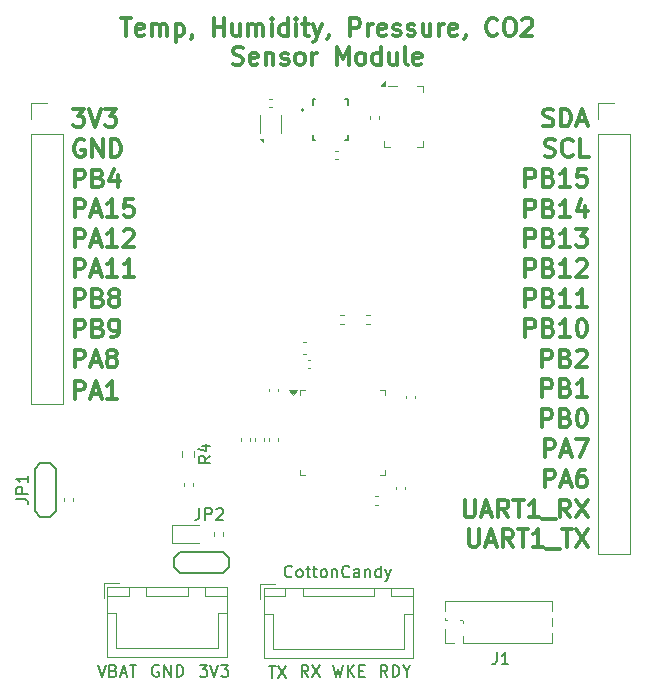
<source format=gbr>
%TF.GenerationSoftware,KiCad,Pcbnew,9.0.0*%
%TF.CreationDate,2025-02-22T16:22:58-05:00*%
%TF.ProjectId,SensorModuleBreakout,53656e73-6f72-44d6-9f64-756c65427265,rev?*%
%TF.SameCoordinates,Original*%
%TF.FileFunction,Legend,Top*%
%TF.FilePolarity,Positive*%
%FSLAX46Y46*%
G04 Gerber Fmt 4.6, Leading zero omitted, Abs format (unit mm)*
G04 Created by KiCad (PCBNEW 9.0.0) date 2025-02-22 16:22:58*
%MOMM*%
%LPD*%
G01*
G04 APERTURE LIST*
%ADD10C,0.300000*%
%ADD11C,0.150000*%
%ADD12C,0.120000*%
%ADD13C,0.127000*%
%ADD14C,0.200000*%
G04 APERTURE END LIST*
D10*
X146502632Y-72778328D02*
X146502632Y-71278328D01*
X146502632Y-71278328D02*
X147074061Y-71278328D01*
X147074061Y-71278328D02*
X147216918Y-71349757D01*
X147216918Y-71349757D02*
X147288347Y-71421185D01*
X147288347Y-71421185D02*
X147359775Y-71564042D01*
X147359775Y-71564042D02*
X147359775Y-71778328D01*
X147359775Y-71778328D02*
X147288347Y-71921185D01*
X147288347Y-71921185D02*
X147216918Y-71992614D01*
X147216918Y-71992614D02*
X147074061Y-72064042D01*
X147074061Y-72064042D02*
X146502632Y-72064042D01*
X148502632Y-71992614D02*
X148716918Y-72064042D01*
X148716918Y-72064042D02*
X148788347Y-72135471D01*
X148788347Y-72135471D02*
X148859775Y-72278328D01*
X148859775Y-72278328D02*
X148859775Y-72492614D01*
X148859775Y-72492614D02*
X148788347Y-72635471D01*
X148788347Y-72635471D02*
X148716918Y-72706900D01*
X148716918Y-72706900D02*
X148574061Y-72778328D01*
X148574061Y-72778328D02*
X148002632Y-72778328D01*
X148002632Y-72778328D02*
X148002632Y-71278328D01*
X148002632Y-71278328D02*
X148502632Y-71278328D01*
X148502632Y-71278328D02*
X148645490Y-71349757D01*
X148645490Y-71349757D02*
X148716918Y-71421185D01*
X148716918Y-71421185D02*
X148788347Y-71564042D01*
X148788347Y-71564042D02*
X148788347Y-71706900D01*
X148788347Y-71706900D02*
X148716918Y-71849757D01*
X148716918Y-71849757D02*
X148645490Y-71921185D01*
X148645490Y-71921185D02*
X148502632Y-71992614D01*
X148502632Y-71992614D02*
X148002632Y-71992614D01*
X150288347Y-72778328D02*
X149431204Y-72778328D01*
X149859775Y-72778328D02*
X149859775Y-71278328D01*
X149859775Y-71278328D02*
X149716918Y-71492614D01*
X149716918Y-71492614D02*
X149574061Y-71635471D01*
X149574061Y-71635471D02*
X149431204Y-71706900D01*
X150788346Y-71278328D02*
X151716918Y-71278328D01*
X151716918Y-71278328D02*
X151216918Y-71849757D01*
X151216918Y-71849757D02*
X151431203Y-71849757D01*
X151431203Y-71849757D02*
X151574061Y-71921185D01*
X151574061Y-71921185D02*
X151645489Y-71992614D01*
X151645489Y-71992614D02*
X151716918Y-72135471D01*
X151716918Y-72135471D02*
X151716918Y-72492614D01*
X151716918Y-72492614D02*
X151645489Y-72635471D01*
X151645489Y-72635471D02*
X151574061Y-72706900D01*
X151574061Y-72706900D02*
X151431203Y-72778328D01*
X151431203Y-72778328D02*
X151002632Y-72778328D01*
X151002632Y-72778328D02*
X150859775Y-72706900D01*
X150859775Y-72706900D02*
X150788346Y-72635471D01*
X146502632Y-70278328D02*
X146502632Y-68778328D01*
X146502632Y-68778328D02*
X147074061Y-68778328D01*
X147074061Y-68778328D02*
X147216918Y-68849757D01*
X147216918Y-68849757D02*
X147288347Y-68921185D01*
X147288347Y-68921185D02*
X147359775Y-69064042D01*
X147359775Y-69064042D02*
X147359775Y-69278328D01*
X147359775Y-69278328D02*
X147288347Y-69421185D01*
X147288347Y-69421185D02*
X147216918Y-69492614D01*
X147216918Y-69492614D02*
X147074061Y-69564042D01*
X147074061Y-69564042D02*
X146502632Y-69564042D01*
X148502632Y-69492614D02*
X148716918Y-69564042D01*
X148716918Y-69564042D02*
X148788347Y-69635471D01*
X148788347Y-69635471D02*
X148859775Y-69778328D01*
X148859775Y-69778328D02*
X148859775Y-69992614D01*
X148859775Y-69992614D02*
X148788347Y-70135471D01*
X148788347Y-70135471D02*
X148716918Y-70206900D01*
X148716918Y-70206900D02*
X148574061Y-70278328D01*
X148574061Y-70278328D02*
X148002632Y-70278328D01*
X148002632Y-70278328D02*
X148002632Y-68778328D01*
X148002632Y-68778328D02*
X148502632Y-68778328D01*
X148502632Y-68778328D02*
X148645490Y-68849757D01*
X148645490Y-68849757D02*
X148716918Y-68921185D01*
X148716918Y-68921185D02*
X148788347Y-69064042D01*
X148788347Y-69064042D02*
X148788347Y-69206900D01*
X148788347Y-69206900D02*
X148716918Y-69349757D01*
X148716918Y-69349757D02*
X148645490Y-69421185D01*
X148645490Y-69421185D02*
X148502632Y-69492614D01*
X148502632Y-69492614D02*
X148002632Y-69492614D01*
X150288347Y-70278328D02*
X149431204Y-70278328D01*
X149859775Y-70278328D02*
X149859775Y-68778328D01*
X149859775Y-68778328D02*
X149716918Y-68992614D01*
X149716918Y-68992614D02*
X149574061Y-69135471D01*
X149574061Y-69135471D02*
X149431204Y-69206900D01*
X151574061Y-69278328D02*
X151574061Y-70278328D01*
X151216918Y-68706900D02*
X150859775Y-69778328D01*
X150859775Y-69778328D02*
X151788346Y-69778328D01*
D11*
X124788095Y-108239819D02*
X125359523Y-108239819D01*
X125073809Y-109239819D02*
X125073809Y-108239819D01*
X125597619Y-108239819D02*
X126264285Y-109239819D01*
X126264285Y-108239819D02*
X125597619Y-109239819D01*
X126742856Y-100659580D02*
X126695237Y-100707200D01*
X126695237Y-100707200D02*
X126552380Y-100754819D01*
X126552380Y-100754819D02*
X126457142Y-100754819D01*
X126457142Y-100754819D02*
X126314285Y-100707200D01*
X126314285Y-100707200D02*
X126219047Y-100611961D01*
X126219047Y-100611961D02*
X126171428Y-100516723D01*
X126171428Y-100516723D02*
X126123809Y-100326247D01*
X126123809Y-100326247D02*
X126123809Y-100183390D01*
X126123809Y-100183390D02*
X126171428Y-99992914D01*
X126171428Y-99992914D02*
X126219047Y-99897676D01*
X126219047Y-99897676D02*
X126314285Y-99802438D01*
X126314285Y-99802438D02*
X126457142Y-99754819D01*
X126457142Y-99754819D02*
X126552380Y-99754819D01*
X126552380Y-99754819D02*
X126695237Y-99802438D01*
X126695237Y-99802438D02*
X126742856Y-99850057D01*
X127314285Y-100754819D02*
X127219047Y-100707200D01*
X127219047Y-100707200D02*
X127171428Y-100659580D01*
X127171428Y-100659580D02*
X127123809Y-100564342D01*
X127123809Y-100564342D02*
X127123809Y-100278628D01*
X127123809Y-100278628D02*
X127171428Y-100183390D01*
X127171428Y-100183390D02*
X127219047Y-100135771D01*
X127219047Y-100135771D02*
X127314285Y-100088152D01*
X127314285Y-100088152D02*
X127457142Y-100088152D01*
X127457142Y-100088152D02*
X127552380Y-100135771D01*
X127552380Y-100135771D02*
X127599999Y-100183390D01*
X127599999Y-100183390D02*
X127647618Y-100278628D01*
X127647618Y-100278628D02*
X127647618Y-100564342D01*
X127647618Y-100564342D02*
X127599999Y-100659580D01*
X127599999Y-100659580D02*
X127552380Y-100707200D01*
X127552380Y-100707200D02*
X127457142Y-100754819D01*
X127457142Y-100754819D02*
X127314285Y-100754819D01*
X127933333Y-100088152D02*
X128314285Y-100088152D01*
X128076190Y-99754819D02*
X128076190Y-100611961D01*
X128076190Y-100611961D02*
X128123809Y-100707200D01*
X128123809Y-100707200D02*
X128219047Y-100754819D01*
X128219047Y-100754819D02*
X128314285Y-100754819D01*
X128504762Y-100088152D02*
X128885714Y-100088152D01*
X128647619Y-99754819D02*
X128647619Y-100611961D01*
X128647619Y-100611961D02*
X128695238Y-100707200D01*
X128695238Y-100707200D02*
X128790476Y-100754819D01*
X128790476Y-100754819D02*
X128885714Y-100754819D01*
X129361905Y-100754819D02*
X129266667Y-100707200D01*
X129266667Y-100707200D02*
X129219048Y-100659580D01*
X129219048Y-100659580D02*
X129171429Y-100564342D01*
X129171429Y-100564342D02*
X129171429Y-100278628D01*
X129171429Y-100278628D02*
X129219048Y-100183390D01*
X129219048Y-100183390D02*
X129266667Y-100135771D01*
X129266667Y-100135771D02*
X129361905Y-100088152D01*
X129361905Y-100088152D02*
X129504762Y-100088152D01*
X129504762Y-100088152D02*
X129600000Y-100135771D01*
X129600000Y-100135771D02*
X129647619Y-100183390D01*
X129647619Y-100183390D02*
X129695238Y-100278628D01*
X129695238Y-100278628D02*
X129695238Y-100564342D01*
X129695238Y-100564342D02*
X129647619Y-100659580D01*
X129647619Y-100659580D02*
X129600000Y-100707200D01*
X129600000Y-100707200D02*
X129504762Y-100754819D01*
X129504762Y-100754819D02*
X129361905Y-100754819D01*
X130123810Y-100088152D02*
X130123810Y-100754819D01*
X130123810Y-100183390D02*
X130171429Y-100135771D01*
X130171429Y-100135771D02*
X130266667Y-100088152D01*
X130266667Y-100088152D02*
X130409524Y-100088152D01*
X130409524Y-100088152D02*
X130504762Y-100135771D01*
X130504762Y-100135771D02*
X130552381Y-100231009D01*
X130552381Y-100231009D02*
X130552381Y-100754819D01*
X131600000Y-100659580D02*
X131552381Y-100707200D01*
X131552381Y-100707200D02*
X131409524Y-100754819D01*
X131409524Y-100754819D02*
X131314286Y-100754819D01*
X131314286Y-100754819D02*
X131171429Y-100707200D01*
X131171429Y-100707200D02*
X131076191Y-100611961D01*
X131076191Y-100611961D02*
X131028572Y-100516723D01*
X131028572Y-100516723D02*
X130980953Y-100326247D01*
X130980953Y-100326247D02*
X130980953Y-100183390D01*
X130980953Y-100183390D02*
X131028572Y-99992914D01*
X131028572Y-99992914D02*
X131076191Y-99897676D01*
X131076191Y-99897676D02*
X131171429Y-99802438D01*
X131171429Y-99802438D02*
X131314286Y-99754819D01*
X131314286Y-99754819D02*
X131409524Y-99754819D01*
X131409524Y-99754819D02*
X131552381Y-99802438D01*
X131552381Y-99802438D02*
X131600000Y-99850057D01*
X132457143Y-100754819D02*
X132457143Y-100231009D01*
X132457143Y-100231009D02*
X132409524Y-100135771D01*
X132409524Y-100135771D02*
X132314286Y-100088152D01*
X132314286Y-100088152D02*
X132123810Y-100088152D01*
X132123810Y-100088152D02*
X132028572Y-100135771D01*
X132457143Y-100707200D02*
X132361905Y-100754819D01*
X132361905Y-100754819D02*
X132123810Y-100754819D01*
X132123810Y-100754819D02*
X132028572Y-100707200D01*
X132028572Y-100707200D02*
X131980953Y-100611961D01*
X131980953Y-100611961D02*
X131980953Y-100516723D01*
X131980953Y-100516723D02*
X132028572Y-100421485D01*
X132028572Y-100421485D02*
X132123810Y-100373866D01*
X132123810Y-100373866D02*
X132361905Y-100373866D01*
X132361905Y-100373866D02*
X132457143Y-100326247D01*
X132933334Y-100088152D02*
X132933334Y-100754819D01*
X132933334Y-100183390D02*
X132980953Y-100135771D01*
X132980953Y-100135771D02*
X133076191Y-100088152D01*
X133076191Y-100088152D02*
X133219048Y-100088152D01*
X133219048Y-100088152D02*
X133314286Y-100135771D01*
X133314286Y-100135771D02*
X133361905Y-100231009D01*
X133361905Y-100231009D02*
X133361905Y-100754819D01*
X134266667Y-100754819D02*
X134266667Y-99754819D01*
X134266667Y-100707200D02*
X134171429Y-100754819D01*
X134171429Y-100754819D02*
X133980953Y-100754819D01*
X133980953Y-100754819D02*
X133885715Y-100707200D01*
X133885715Y-100707200D02*
X133838096Y-100659580D01*
X133838096Y-100659580D02*
X133790477Y-100564342D01*
X133790477Y-100564342D02*
X133790477Y-100278628D01*
X133790477Y-100278628D02*
X133838096Y-100183390D01*
X133838096Y-100183390D02*
X133885715Y-100135771D01*
X133885715Y-100135771D02*
X133980953Y-100088152D01*
X133980953Y-100088152D02*
X134171429Y-100088152D01*
X134171429Y-100088152D02*
X134266667Y-100135771D01*
X134647620Y-100088152D02*
X134885715Y-100754819D01*
X135123810Y-100088152D02*
X134885715Y-100754819D01*
X134885715Y-100754819D02*
X134790477Y-100992914D01*
X134790477Y-100992914D02*
X134742858Y-101040533D01*
X134742858Y-101040533D02*
X134647620Y-101088152D01*
D10*
X108354510Y-80428328D02*
X108354510Y-78928328D01*
X108354510Y-78928328D02*
X108925939Y-78928328D01*
X108925939Y-78928328D02*
X109068796Y-78999757D01*
X109068796Y-78999757D02*
X109140225Y-79071185D01*
X109140225Y-79071185D02*
X109211653Y-79214042D01*
X109211653Y-79214042D02*
X109211653Y-79428328D01*
X109211653Y-79428328D02*
X109140225Y-79571185D01*
X109140225Y-79571185D02*
X109068796Y-79642614D01*
X109068796Y-79642614D02*
X108925939Y-79714042D01*
X108925939Y-79714042D02*
X108354510Y-79714042D01*
X110354510Y-79642614D02*
X110568796Y-79714042D01*
X110568796Y-79714042D02*
X110640225Y-79785471D01*
X110640225Y-79785471D02*
X110711653Y-79928328D01*
X110711653Y-79928328D02*
X110711653Y-80142614D01*
X110711653Y-80142614D02*
X110640225Y-80285471D01*
X110640225Y-80285471D02*
X110568796Y-80356900D01*
X110568796Y-80356900D02*
X110425939Y-80428328D01*
X110425939Y-80428328D02*
X109854510Y-80428328D01*
X109854510Y-80428328D02*
X109854510Y-78928328D01*
X109854510Y-78928328D02*
X110354510Y-78928328D01*
X110354510Y-78928328D02*
X110497368Y-78999757D01*
X110497368Y-78999757D02*
X110568796Y-79071185D01*
X110568796Y-79071185D02*
X110640225Y-79214042D01*
X110640225Y-79214042D02*
X110640225Y-79356900D01*
X110640225Y-79356900D02*
X110568796Y-79499757D01*
X110568796Y-79499757D02*
X110497368Y-79571185D01*
X110497368Y-79571185D02*
X110354510Y-79642614D01*
X110354510Y-79642614D02*
X109854510Y-79642614D01*
X111425939Y-80428328D02*
X111711653Y-80428328D01*
X111711653Y-80428328D02*
X111854510Y-80356900D01*
X111854510Y-80356900D02*
X111925939Y-80285471D01*
X111925939Y-80285471D02*
X112068796Y-80071185D01*
X112068796Y-80071185D02*
X112140225Y-79785471D01*
X112140225Y-79785471D02*
X112140225Y-79214042D01*
X112140225Y-79214042D02*
X112068796Y-79071185D01*
X112068796Y-79071185D02*
X111997368Y-78999757D01*
X111997368Y-78999757D02*
X111854510Y-78928328D01*
X111854510Y-78928328D02*
X111568796Y-78928328D01*
X111568796Y-78928328D02*
X111425939Y-78999757D01*
X111425939Y-78999757D02*
X111354510Y-79071185D01*
X111354510Y-79071185D02*
X111283082Y-79214042D01*
X111283082Y-79214042D02*
X111283082Y-79571185D01*
X111283082Y-79571185D02*
X111354510Y-79714042D01*
X111354510Y-79714042D02*
X111425939Y-79785471D01*
X111425939Y-79785471D02*
X111568796Y-79856900D01*
X111568796Y-79856900D02*
X111854510Y-79856900D01*
X111854510Y-79856900D02*
X111997368Y-79785471D01*
X111997368Y-79785471D02*
X112068796Y-79714042D01*
X112068796Y-79714042D02*
X112140225Y-79571185D01*
D11*
X115460588Y-108217438D02*
X115365350Y-108169819D01*
X115365350Y-108169819D02*
X115222493Y-108169819D01*
X115222493Y-108169819D02*
X115079636Y-108217438D01*
X115079636Y-108217438D02*
X114984398Y-108312676D01*
X114984398Y-108312676D02*
X114936779Y-108407914D01*
X114936779Y-108407914D02*
X114889160Y-108598390D01*
X114889160Y-108598390D02*
X114889160Y-108741247D01*
X114889160Y-108741247D02*
X114936779Y-108931723D01*
X114936779Y-108931723D02*
X114984398Y-109026961D01*
X114984398Y-109026961D02*
X115079636Y-109122200D01*
X115079636Y-109122200D02*
X115222493Y-109169819D01*
X115222493Y-109169819D02*
X115317731Y-109169819D01*
X115317731Y-109169819D02*
X115460588Y-109122200D01*
X115460588Y-109122200D02*
X115508207Y-109074580D01*
X115508207Y-109074580D02*
X115508207Y-108741247D01*
X115508207Y-108741247D02*
X115317731Y-108741247D01*
X115936779Y-109169819D02*
X115936779Y-108169819D01*
X115936779Y-108169819D02*
X116508207Y-109169819D01*
X116508207Y-109169819D02*
X116508207Y-108169819D01*
X116984398Y-109169819D02*
X116984398Y-108169819D01*
X116984398Y-108169819D02*
X117222493Y-108169819D01*
X117222493Y-108169819D02*
X117365350Y-108217438D01*
X117365350Y-108217438D02*
X117460588Y-108312676D01*
X117460588Y-108312676D02*
X117508207Y-108407914D01*
X117508207Y-108407914D02*
X117555826Y-108598390D01*
X117555826Y-108598390D02*
X117555826Y-108741247D01*
X117555826Y-108741247D02*
X117508207Y-108931723D01*
X117508207Y-108931723D02*
X117460588Y-109026961D01*
X117460588Y-109026961D02*
X117365350Y-109122200D01*
X117365350Y-109122200D02*
X117222493Y-109169819D01*
X117222493Y-109169819D02*
X116984398Y-109169819D01*
D10*
X146502632Y-75328328D02*
X146502632Y-73828328D01*
X146502632Y-73828328D02*
X147074061Y-73828328D01*
X147074061Y-73828328D02*
X147216918Y-73899757D01*
X147216918Y-73899757D02*
X147288347Y-73971185D01*
X147288347Y-73971185D02*
X147359775Y-74114042D01*
X147359775Y-74114042D02*
X147359775Y-74328328D01*
X147359775Y-74328328D02*
X147288347Y-74471185D01*
X147288347Y-74471185D02*
X147216918Y-74542614D01*
X147216918Y-74542614D02*
X147074061Y-74614042D01*
X147074061Y-74614042D02*
X146502632Y-74614042D01*
X148502632Y-74542614D02*
X148716918Y-74614042D01*
X148716918Y-74614042D02*
X148788347Y-74685471D01*
X148788347Y-74685471D02*
X148859775Y-74828328D01*
X148859775Y-74828328D02*
X148859775Y-75042614D01*
X148859775Y-75042614D02*
X148788347Y-75185471D01*
X148788347Y-75185471D02*
X148716918Y-75256900D01*
X148716918Y-75256900D02*
X148574061Y-75328328D01*
X148574061Y-75328328D02*
X148002632Y-75328328D01*
X148002632Y-75328328D02*
X148002632Y-73828328D01*
X148002632Y-73828328D02*
X148502632Y-73828328D01*
X148502632Y-73828328D02*
X148645490Y-73899757D01*
X148645490Y-73899757D02*
X148716918Y-73971185D01*
X148716918Y-73971185D02*
X148788347Y-74114042D01*
X148788347Y-74114042D02*
X148788347Y-74256900D01*
X148788347Y-74256900D02*
X148716918Y-74399757D01*
X148716918Y-74399757D02*
X148645490Y-74471185D01*
X148645490Y-74471185D02*
X148502632Y-74542614D01*
X148502632Y-74542614D02*
X148002632Y-74542614D01*
X150288347Y-75328328D02*
X149431204Y-75328328D01*
X149859775Y-75328328D02*
X149859775Y-73828328D01*
X149859775Y-73828328D02*
X149716918Y-74042614D01*
X149716918Y-74042614D02*
X149574061Y-74185471D01*
X149574061Y-74185471D02*
X149431204Y-74256900D01*
X150859775Y-73971185D02*
X150931203Y-73899757D01*
X150931203Y-73899757D02*
X151074061Y-73828328D01*
X151074061Y-73828328D02*
X151431203Y-73828328D01*
X151431203Y-73828328D02*
X151574061Y-73899757D01*
X151574061Y-73899757D02*
X151645489Y-73971185D01*
X151645489Y-73971185D02*
X151716918Y-74114042D01*
X151716918Y-74114042D02*
X151716918Y-74256900D01*
X151716918Y-74256900D02*
X151645489Y-74471185D01*
X151645489Y-74471185D02*
X150788346Y-75328328D01*
X150788346Y-75328328D02*
X151716918Y-75328328D01*
X148145489Y-93128328D02*
X148145489Y-91628328D01*
X148145489Y-91628328D02*
X148716918Y-91628328D01*
X148716918Y-91628328D02*
X148859775Y-91699757D01*
X148859775Y-91699757D02*
X148931204Y-91771185D01*
X148931204Y-91771185D02*
X149002632Y-91914042D01*
X149002632Y-91914042D02*
X149002632Y-92128328D01*
X149002632Y-92128328D02*
X148931204Y-92271185D01*
X148931204Y-92271185D02*
X148859775Y-92342614D01*
X148859775Y-92342614D02*
X148716918Y-92414042D01*
X148716918Y-92414042D02*
X148145489Y-92414042D01*
X149574061Y-92699757D02*
X150288347Y-92699757D01*
X149431204Y-93128328D02*
X149931204Y-91628328D01*
X149931204Y-91628328D02*
X150431204Y-93128328D01*
X151574061Y-91628328D02*
X151288346Y-91628328D01*
X151288346Y-91628328D02*
X151145489Y-91699757D01*
X151145489Y-91699757D02*
X151074061Y-91771185D01*
X151074061Y-91771185D02*
X150931203Y-91985471D01*
X150931203Y-91985471D02*
X150859775Y-92271185D01*
X150859775Y-92271185D02*
X150859775Y-92842614D01*
X150859775Y-92842614D02*
X150931203Y-92985471D01*
X150931203Y-92985471D02*
X151002632Y-93056900D01*
X151002632Y-93056900D02*
X151145489Y-93128328D01*
X151145489Y-93128328D02*
X151431203Y-93128328D01*
X151431203Y-93128328D02*
X151574061Y-93056900D01*
X151574061Y-93056900D02*
X151645489Y-92985471D01*
X151645489Y-92985471D02*
X151716918Y-92842614D01*
X151716918Y-92842614D02*
X151716918Y-92485471D01*
X151716918Y-92485471D02*
X151645489Y-92342614D01*
X151645489Y-92342614D02*
X151574061Y-92271185D01*
X151574061Y-92271185D02*
X151431203Y-92199757D01*
X151431203Y-92199757D02*
X151145489Y-92199757D01*
X151145489Y-92199757D02*
X151002632Y-92271185D01*
X151002632Y-92271185D02*
X150931203Y-92342614D01*
X150931203Y-92342614D02*
X150859775Y-92485471D01*
X141359775Y-94178328D02*
X141359775Y-95392614D01*
X141359775Y-95392614D02*
X141431204Y-95535471D01*
X141431204Y-95535471D02*
X141502633Y-95606900D01*
X141502633Y-95606900D02*
X141645490Y-95678328D01*
X141645490Y-95678328D02*
X141931204Y-95678328D01*
X141931204Y-95678328D02*
X142074061Y-95606900D01*
X142074061Y-95606900D02*
X142145490Y-95535471D01*
X142145490Y-95535471D02*
X142216918Y-95392614D01*
X142216918Y-95392614D02*
X142216918Y-94178328D01*
X142859776Y-95249757D02*
X143574062Y-95249757D01*
X142716919Y-95678328D02*
X143216919Y-94178328D01*
X143216919Y-94178328D02*
X143716919Y-95678328D01*
X145074061Y-95678328D02*
X144574061Y-94964042D01*
X144216918Y-95678328D02*
X144216918Y-94178328D01*
X144216918Y-94178328D02*
X144788347Y-94178328D01*
X144788347Y-94178328D02*
X144931204Y-94249757D01*
X144931204Y-94249757D02*
X145002633Y-94321185D01*
X145002633Y-94321185D02*
X145074061Y-94464042D01*
X145074061Y-94464042D02*
X145074061Y-94678328D01*
X145074061Y-94678328D02*
X145002633Y-94821185D01*
X145002633Y-94821185D02*
X144931204Y-94892614D01*
X144931204Y-94892614D02*
X144788347Y-94964042D01*
X144788347Y-94964042D02*
X144216918Y-94964042D01*
X145502633Y-94178328D02*
X146359776Y-94178328D01*
X145931204Y-95678328D02*
X145931204Y-94178328D01*
X147645490Y-95678328D02*
X146788347Y-95678328D01*
X147216918Y-95678328D02*
X147216918Y-94178328D01*
X147216918Y-94178328D02*
X147074061Y-94392614D01*
X147074061Y-94392614D02*
X146931204Y-94535471D01*
X146931204Y-94535471D02*
X146788347Y-94606900D01*
X147931204Y-95821185D02*
X149074061Y-95821185D01*
X150288346Y-95678328D02*
X149788346Y-94964042D01*
X149431203Y-95678328D02*
X149431203Y-94178328D01*
X149431203Y-94178328D02*
X150002632Y-94178328D01*
X150002632Y-94178328D02*
X150145489Y-94249757D01*
X150145489Y-94249757D02*
X150216918Y-94321185D01*
X150216918Y-94321185D02*
X150288346Y-94464042D01*
X150288346Y-94464042D02*
X150288346Y-94678328D01*
X150288346Y-94678328D02*
X150216918Y-94821185D01*
X150216918Y-94821185D02*
X150145489Y-94892614D01*
X150145489Y-94892614D02*
X150002632Y-94964042D01*
X150002632Y-94964042D02*
X149431203Y-94964042D01*
X150788346Y-94178328D02*
X151788346Y-95678328D01*
X151788346Y-94178328D02*
X150788346Y-95678328D01*
D11*
X134830952Y-109189819D02*
X134497619Y-108713628D01*
X134259524Y-109189819D02*
X134259524Y-108189819D01*
X134259524Y-108189819D02*
X134640476Y-108189819D01*
X134640476Y-108189819D02*
X134735714Y-108237438D01*
X134735714Y-108237438D02*
X134783333Y-108285057D01*
X134783333Y-108285057D02*
X134830952Y-108380295D01*
X134830952Y-108380295D02*
X134830952Y-108523152D01*
X134830952Y-108523152D02*
X134783333Y-108618390D01*
X134783333Y-108618390D02*
X134735714Y-108666009D01*
X134735714Y-108666009D02*
X134640476Y-108713628D01*
X134640476Y-108713628D02*
X134259524Y-108713628D01*
X135259524Y-109189819D02*
X135259524Y-108189819D01*
X135259524Y-108189819D02*
X135497619Y-108189819D01*
X135497619Y-108189819D02*
X135640476Y-108237438D01*
X135640476Y-108237438D02*
X135735714Y-108332676D01*
X135735714Y-108332676D02*
X135783333Y-108427914D01*
X135783333Y-108427914D02*
X135830952Y-108618390D01*
X135830952Y-108618390D02*
X135830952Y-108761247D01*
X135830952Y-108761247D02*
X135783333Y-108951723D01*
X135783333Y-108951723D02*
X135735714Y-109046961D01*
X135735714Y-109046961D02*
X135640476Y-109142200D01*
X135640476Y-109142200D02*
X135497619Y-109189819D01*
X135497619Y-109189819D02*
X135259524Y-109189819D01*
X136450000Y-108713628D02*
X136450000Y-109189819D01*
X136116667Y-108189819D02*
X136450000Y-108713628D01*
X136450000Y-108713628D02*
X136783333Y-108189819D01*
D10*
X108354510Y-70228328D02*
X108354510Y-68728328D01*
X108354510Y-68728328D02*
X108925939Y-68728328D01*
X108925939Y-68728328D02*
X109068796Y-68799757D01*
X109068796Y-68799757D02*
X109140225Y-68871185D01*
X109140225Y-68871185D02*
X109211653Y-69014042D01*
X109211653Y-69014042D02*
X109211653Y-69228328D01*
X109211653Y-69228328D02*
X109140225Y-69371185D01*
X109140225Y-69371185D02*
X109068796Y-69442614D01*
X109068796Y-69442614D02*
X108925939Y-69514042D01*
X108925939Y-69514042D02*
X108354510Y-69514042D01*
X109783082Y-69799757D02*
X110497368Y-69799757D01*
X109640225Y-70228328D02*
X110140225Y-68728328D01*
X110140225Y-68728328D02*
X110640225Y-70228328D01*
X111925939Y-70228328D02*
X111068796Y-70228328D01*
X111497367Y-70228328D02*
X111497367Y-68728328D01*
X111497367Y-68728328D02*
X111354510Y-68942614D01*
X111354510Y-68942614D02*
X111211653Y-69085471D01*
X111211653Y-69085471D02*
X111068796Y-69156900D01*
X113283081Y-68728328D02*
X112568795Y-68728328D01*
X112568795Y-68728328D02*
X112497367Y-69442614D01*
X112497367Y-69442614D02*
X112568795Y-69371185D01*
X112568795Y-69371185D02*
X112711653Y-69299757D01*
X112711653Y-69299757D02*
X113068795Y-69299757D01*
X113068795Y-69299757D02*
X113211653Y-69371185D01*
X113211653Y-69371185D02*
X113283081Y-69442614D01*
X113283081Y-69442614D02*
X113354510Y-69585471D01*
X113354510Y-69585471D02*
X113354510Y-69942614D01*
X113354510Y-69942614D02*
X113283081Y-70085471D01*
X113283081Y-70085471D02*
X113211653Y-70156900D01*
X113211653Y-70156900D02*
X113068795Y-70228328D01*
X113068795Y-70228328D02*
X112711653Y-70228328D01*
X112711653Y-70228328D02*
X112568795Y-70156900D01*
X112568795Y-70156900D02*
X112497367Y-70085471D01*
X147931203Y-85478328D02*
X147931203Y-83978328D01*
X147931203Y-83978328D02*
X148502632Y-83978328D01*
X148502632Y-83978328D02*
X148645489Y-84049757D01*
X148645489Y-84049757D02*
X148716918Y-84121185D01*
X148716918Y-84121185D02*
X148788346Y-84264042D01*
X148788346Y-84264042D02*
X148788346Y-84478328D01*
X148788346Y-84478328D02*
X148716918Y-84621185D01*
X148716918Y-84621185D02*
X148645489Y-84692614D01*
X148645489Y-84692614D02*
X148502632Y-84764042D01*
X148502632Y-84764042D02*
X147931203Y-84764042D01*
X149931203Y-84692614D02*
X150145489Y-84764042D01*
X150145489Y-84764042D02*
X150216918Y-84835471D01*
X150216918Y-84835471D02*
X150288346Y-84978328D01*
X150288346Y-84978328D02*
X150288346Y-85192614D01*
X150288346Y-85192614D02*
X150216918Y-85335471D01*
X150216918Y-85335471D02*
X150145489Y-85406900D01*
X150145489Y-85406900D02*
X150002632Y-85478328D01*
X150002632Y-85478328D02*
X149431203Y-85478328D01*
X149431203Y-85478328D02*
X149431203Y-83978328D01*
X149431203Y-83978328D02*
X149931203Y-83978328D01*
X149931203Y-83978328D02*
X150074061Y-84049757D01*
X150074061Y-84049757D02*
X150145489Y-84121185D01*
X150145489Y-84121185D02*
X150216918Y-84264042D01*
X150216918Y-84264042D02*
X150216918Y-84406900D01*
X150216918Y-84406900D02*
X150145489Y-84549757D01*
X150145489Y-84549757D02*
X150074061Y-84621185D01*
X150074061Y-84621185D02*
X149931203Y-84692614D01*
X149931203Y-84692614D02*
X149431203Y-84692614D01*
X151716918Y-85478328D02*
X150859775Y-85478328D01*
X151288346Y-85478328D02*
X151288346Y-83978328D01*
X151288346Y-83978328D02*
X151145489Y-84192614D01*
X151145489Y-84192614D02*
X151002632Y-84335471D01*
X151002632Y-84335471D02*
X150859775Y-84406900D01*
X108354510Y-85628328D02*
X108354510Y-84128328D01*
X108354510Y-84128328D02*
X108925939Y-84128328D01*
X108925939Y-84128328D02*
X109068796Y-84199757D01*
X109068796Y-84199757D02*
X109140225Y-84271185D01*
X109140225Y-84271185D02*
X109211653Y-84414042D01*
X109211653Y-84414042D02*
X109211653Y-84628328D01*
X109211653Y-84628328D02*
X109140225Y-84771185D01*
X109140225Y-84771185D02*
X109068796Y-84842614D01*
X109068796Y-84842614D02*
X108925939Y-84914042D01*
X108925939Y-84914042D02*
X108354510Y-84914042D01*
X109783082Y-85199757D02*
X110497368Y-85199757D01*
X109640225Y-85628328D02*
X110140225Y-84128328D01*
X110140225Y-84128328D02*
X110640225Y-85628328D01*
X111925939Y-85628328D02*
X111068796Y-85628328D01*
X111497367Y-85628328D02*
X111497367Y-84128328D01*
X111497367Y-84128328D02*
X111354510Y-84342614D01*
X111354510Y-84342614D02*
X111211653Y-84485471D01*
X111211653Y-84485471D02*
X111068796Y-84556900D01*
X109140225Y-63749757D02*
X108997368Y-63678328D01*
X108997368Y-63678328D02*
X108783082Y-63678328D01*
X108783082Y-63678328D02*
X108568796Y-63749757D01*
X108568796Y-63749757D02*
X108425939Y-63892614D01*
X108425939Y-63892614D02*
X108354510Y-64035471D01*
X108354510Y-64035471D02*
X108283082Y-64321185D01*
X108283082Y-64321185D02*
X108283082Y-64535471D01*
X108283082Y-64535471D02*
X108354510Y-64821185D01*
X108354510Y-64821185D02*
X108425939Y-64964042D01*
X108425939Y-64964042D02*
X108568796Y-65106900D01*
X108568796Y-65106900D02*
X108783082Y-65178328D01*
X108783082Y-65178328D02*
X108925939Y-65178328D01*
X108925939Y-65178328D02*
X109140225Y-65106900D01*
X109140225Y-65106900D02*
X109211653Y-65035471D01*
X109211653Y-65035471D02*
X109211653Y-64535471D01*
X109211653Y-64535471D02*
X108925939Y-64535471D01*
X109854510Y-65178328D02*
X109854510Y-63678328D01*
X109854510Y-63678328D02*
X110711653Y-65178328D01*
X110711653Y-65178328D02*
X110711653Y-63678328D01*
X111425939Y-65178328D02*
X111425939Y-63678328D01*
X111425939Y-63678328D02*
X111783082Y-63678328D01*
X111783082Y-63678328D02*
X111997368Y-63749757D01*
X111997368Y-63749757D02*
X112140225Y-63892614D01*
X112140225Y-63892614D02*
X112211654Y-64035471D01*
X112211654Y-64035471D02*
X112283082Y-64321185D01*
X112283082Y-64321185D02*
X112283082Y-64535471D01*
X112283082Y-64535471D02*
X112211654Y-64821185D01*
X112211654Y-64821185D02*
X112140225Y-64964042D01*
X112140225Y-64964042D02*
X111997368Y-65106900D01*
X111997368Y-65106900D02*
X111783082Y-65178328D01*
X111783082Y-65178328D02*
X111425939Y-65178328D01*
X108354510Y-75328328D02*
X108354510Y-73828328D01*
X108354510Y-73828328D02*
X108925939Y-73828328D01*
X108925939Y-73828328D02*
X109068796Y-73899757D01*
X109068796Y-73899757D02*
X109140225Y-73971185D01*
X109140225Y-73971185D02*
X109211653Y-74114042D01*
X109211653Y-74114042D02*
X109211653Y-74328328D01*
X109211653Y-74328328D02*
X109140225Y-74471185D01*
X109140225Y-74471185D02*
X109068796Y-74542614D01*
X109068796Y-74542614D02*
X108925939Y-74614042D01*
X108925939Y-74614042D02*
X108354510Y-74614042D01*
X109783082Y-74899757D02*
X110497368Y-74899757D01*
X109640225Y-75328328D02*
X110140225Y-73828328D01*
X110140225Y-73828328D02*
X110640225Y-75328328D01*
X111925939Y-75328328D02*
X111068796Y-75328328D01*
X111497367Y-75328328D02*
X111497367Y-73828328D01*
X111497367Y-73828328D02*
X111354510Y-74042614D01*
X111354510Y-74042614D02*
X111211653Y-74185471D01*
X111211653Y-74185471D02*
X111068796Y-74256900D01*
X113354510Y-75328328D02*
X112497367Y-75328328D01*
X112925938Y-75328328D02*
X112925938Y-73828328D01*
X112925938Y-73828328D02*
X112783081Y-74042614D01*
X112783081Y-74042614D02*
X112640224Y-74185471D01*
X112640224Y-74185471D02*
X112497367Y-74256900D01*
D11*
X118941541Y-108169819D02*
X119560588Y-108169819D01*
X119560588Y-108169819D02*
X119227255Y-108550771D01*
X119227255Y-108550771D02*
X119370112Y-108550771D01*
X119370112Y-108550771D02*
X119465350Y-108598390D01*
X119465350Y-108598390D02*
X119512969Y-108646009D01*
X119512969Y-108646009D02*
X119560588Y-108741247D01*
X119560588Y-108741247D02*
X119560588Y-108979342D01*
X119560588Y-108979342D02*
X119512969Y-109074580D01*
X119512969Y-109074580D02*
X119465350Y-109122200D01*
X119465350Y-109122200D02*
X119370112Y-109169819D01*
X119370112Y-109169819D02*
X119084398Y-109169819D01*
X119084398Y-109169819D02*
X118989160Y-109122200D01*
X118989160Y-109122200D02*
X118941541Y-109074580D01*
X119846303Y-108169819D02*
X120179636Y-109169819D01*
X120179636Y-109169819D02*
X120512969Y-108169819D01*
X120751065Y-108169819D02*
X121370112Y-108169819D01*
X121370112Y-108169819D02*
X121036779Y-108550771D01*
X121036779Y-108550771D02*
X121179636Y-108550771D01*
X121179636Y-108550771D02*
X121274874Y-108598390D01*
X121274874Y-108598390D02*
X121322493Y-108646009D01*
X121322493Y-108646009D02*
X121370112Y-108741247D01*
X121370112Y-108741247D02*
X121370112Y-108979342D01*
X121370112Y-108979342D02*
X121322493Y-109074580D01*
X121322493Y-109074580D02*
X121274874Y-109122200D01*
X121274874Y-109122200D02*
X121179636Y-109169819D01*
X121179636Y-109169819D02*
X120893922Y-109169819D01*
X120893922Y-109169819D02*
X120798684Y-109122200D01*
X120798684Y-109122200D02*
X120751065Y-109074580D01*
D10*
X108354510Y-67728328D02*
X108354510Y-66228328D01*
X108354510Y-66228328D02*
X108925939Y-66228328D01*
X108925939Y-66228328D02*
X109068796Y-66299757D01*
X109068796Y-66299757D02*
X109140225Y-66371185D01*
X109140225Y-66371185D02*
X109211653Y-66514042D01*
X109211653Y-66514042D02*
X109211653Y-66728328D01*
X109211653Y-66728328D02*
X109140225Y-66871185D01*
X109140225Y-66871185D02*
X109068796Y-66942614D01*
X109068796Y-66942614D02*
X108925939Y-67014042D01*
X108925939Y-67014042D02*
X108354510Y-67014042D01*
X110354510Y-66942614D02*
X110568796Y-67014042D01*
X110568796Y-67014042D02*
X110640225Y-67085471D01*
X110640225Y-67085471D02*
X110711653Y-67228328D01*
X110711653Y-67228328D02*
X110711653Y-67442614D01*
X110711653Y-67442614D02*
X110640225Y-67585471D01*
X110640225Y-67585471D02*
X110568796Y-67656900D01*
X110568796Y-67656900D02*
X110425939Y-67728328D01*
X110425939Y-67728328D02*
X109854510Y-67728328D01*
X109854510Y-67728328D02*
X109854510Y-66228328D01*
X109854510Y-66228328D02*
X110354510Y-66228328D01*
X110354510Y-66228328D02*
X110497368Y-66299757D01*
X110497368Y-66299757D02*
X110568796Y-66371185D01*
X110568796Y-66371185D02*
X110640225Y-66514042D01*
X110640225Y-66514042D02*
X110640225Y-66656900D01*
X110640225Y-66656900D02*
X110568796Y-66799757D01*
X110568796Y-66799757D02*
X110497368Y-66871185D01*
X110497368Y-66871185D02*
X110354510Y-66942614D01*
X110354510Y-66942614D02*
X109854510Y-66942614D01*
X111997368Y-66728328D02*
X111997368Y-67728328D01*
X111640225Y-66156900D02*
X111283082Y-67228328D01*
X111283082Y-67228328D02*
X112211653Y-67228328D01*
X108211653Y-61098328D02*
X109140225Y-61098328D01*
X109140225Y-61098328D02*
X108640225Y-61669757D01*
X108640225Y-61669757D02*
X108854510Y-61669757D01*
X108854510Y-61669757D02*
X108997368Y-61741185D01*
X108997368Y-61741185D02*
X109068796Y-61812614D01*
X109068796Y-61812614D02*
X109140225Y-61955471D01*
X109140225Y-61955471D02*
X109140225Y-62312614D01*
X109140225Y-62312614D02*
X109068796Y-62455471D01*
X109068796Y-62455471D02*
X108997368Y-62526900D01*
X108997368Y-62526900D02*
X108854510Y-62598328D01*
X108854510Y-62598328D02*
X108425939Y-62598328D01*
X108425939Y-62598328D02*
X108283082Y-62526900D01*
X108283082Y-62526900D02*
X108211653Y-62455471D01*
X109568796Y-61098328D02*
X110068796Y-62598328D01*
X110068796Y-62598328D02*
X110568796Y-61098328D01*
X110925938Y-61098328D02*
X111854510Y-61098328D01*
X111854510Y-61098328D02*
X111354510Y-61669757D01*
X111354510Y-61669757D02*
X111568795Y-61669757D01*
X111568795Y-61669757D02*
X111711653Y-61741185D01*
X111711653Y-61741185D02*
X111783081Y-61812614D01*
X111783081Y-61812614D02*
X111854510Y-61955471D01*
X111854510Y-61955471D02*
X111854510Y-62312614D01*
X111854510Y-62312614D02*
X111783081Y-62455471D01*
X111783081Y-62455471D02*
X111711653Y-62526900D01*
X111711653Y-62526900D02*
X111568795Y-62598328D01*
X111568795Y-62598328D02*
X111140224Y-62598328D01*
X111140224Y-62598328D02*
X110997367Y-62526900D01*
X110997367Y-62526900D02*
X110925938Y-62455471D01*
D11*
X128133333Y-109189819D02*
X127800000Y-108713628D01*
X127561905Y-109189819D02*
X127561905Y-108189819D01*
X127561905Y-108189819D02*
X127942857Y-108189819D01*
X127942857Y-108189819D02*
X128038095Y-108237438D01*
X128038095Y-108237438D02*
X128085714Y-108285057D01*
X128085714Y-108285057D02*
X128133333Y-108380295D01*
X128133333Y-108380295D02*
X128133333Y-108523152D01*
X128133333Y-108523152D02*
X128085714Y-108618390D01*
X128085714Y-108618390D02*
X128038095Y-108666009D01*
X128038095Y-108666009D02*
X127942857Y-108713628D01*
X127942857Y-108713628D02*
X127561905Y-108713628D01*
X128466667Y-108189819D02*
X129133333Y-109189819D01*
X129133333Y-108189819D02*
X128466667Y-109189819D01*
X130219048Y-108189819D02*
X130457143Y-109189819D01*
X130457143Y-109189819D02*
X130647619Y-108475533D01*
X130647619Y-108475533D02*
X130838095Y-109189819D01*
X130838095Y-109189819D02*
X131076191Y-108189819D01*
X131457143Y-109189819D02*
X131457143Y-108189819D01*
X132028571Y-109189819D02*
X131600000Y-108618390D01*
X132028571Y-108189819D02*
X131457143Y-108761247D01*
X132457143Y-108666009D02*
X132790476Y-108666009D01*
X132933333Y-109189819D02*
X132457143Y-109189819D01*
X132457143Y-109189819D02*
X132457143Y-108189819D01*
X132457143Y-108189819D02*
X132933333Y-108189819D01*
D10*
X108354510Y-82978328D02*
X108354510Y-81478328D01*
X108354510Y-81478328D02*
X108925939Y-81478328D01*
X108925939Y-81478328D02*
X109068796Y-81549757D01*
X109068796Y-81549757D02*
X109140225Y-81621185D01*
X109140225Y-81621185D02*
X109211653Y-81764042D01*
X109211653Y-81764042D02*
X109211653Y-81978328D01*
X109211653Y-81978328D02*
X109140225Y-82121185D01*
X109140225Y-82121185D02*
X109068796Y-82192614D01*
X109068796Y-82192614D02*
X108925939Y-82264042D01*
X108925939Y-82264042D02*
X108354510Y-82264042D01*
X109783082Y-82549757D02*
X110497368Y-82549757D01*
X109640225Y-82978328D02*
X110140225Y-81478328D01*
X110140225Y-81478328D02*
X110640225Y-82978328D01*
X111354510Y-82121185D02*
X111211653Y-82049757D01*
X111211653Y-82049757D02*
X111140224Y-81978328D01*
X111140224Y-81978328D02*
X111068796Y-81835471D01*
X111068796Y-81835471D02*
X111068796Y-81764042D01*
X111068796Y-81764042D02*
X111140224Y-81621185D01*
X111140224Y-81621185D02*
X111211653Y-81549757D01*
X111211653Y-81549757D02*
X111354510Y-81478328D01*
X111354510Y-81478328D02*
X111640224Y-81478328D01*
X111640224Y-81478328D02*
X111783082Y-81549757D01*
X111783082Y-81549757D02*
X111854510Y-81621185D01*
X111854510Y-81621185D02*
X111925939Y-81764042D01*
X111925939Y-81764042D02*
X111925939Y-81835471D01*
X111925939Y-81835471D02*
X111854510Y-81978328D01*
X111854510Y-81978328D02*
X111783082Y-82049757D01*
X111783082Y-82049757D02*
X111640224Y-82121185D01*
X111640224Y-82121185D02*
X111354510Y-82121185D01*
X111354510Y-82121185D02*
X111211653Y-82192614D01*
X111211653Y-82192614D02*
X111140224Y-82264042D01*
X111140224Y-82264042D02*
X111068796Y-82406900D01*
X111068796Y-82406900D02*
X111068796Y-82692614D01*
X111068796Y-82692614D02*
X111140224Y-82835471D01*
X111140224Y-82835471D02*
X111211653Y-82906900D01*
X111211653Y-82906900D02*
X111354510Y-82978328D01*
X111354510Y-82978328D02*
X111640224Y-82978328D01*
X111640224Y-82978328D02*
X111783082Y-82906900D01*
X111783082Y-82906900D02*
X111854510Y-82835471D01*
X111854510Y-82835471D02*
X111925939Y-82692614D01*
X111925939Y-82692614D02*
X111925939Y-82406900D01*
X111925939Y-82406900D02*
X111854510Y-82264042D01*
X111854510Y-82264042D02*
X111783082Y-82192614D01*
X111783082Y-82192614D02*
X111640224Y-82121185D01*
X112250000Y-53420870D02*
X113107143Y-53420870D01*
X112678571Y-54920870D02*
X112678571Y-53420870D01*
X114178571Y-54849442D02*
X114035714Y-54920870D01*
X114035714Y-54920870D02*
X113750000Y-54920870D01*
X113750000Y-54920870D02*
X113607142Y-54849442D01*
X113607142Y-54849442D02*
X113535714Y-54706584D01*
X113535714Y-54706584D02*
X113535714Y-54135156D01*
X113535714Y-54135156D02*
X113607142Y-53992299D01*
X113607142Y-53992299D02*
X113750000Y-53920870D01*
X113750000Y-53920870D02*
X114035714Y-53920870D01*
X114035714Y-53920870D02*
X114178571Y-53992299D01*
X114178571Y-53992299D02*
X114250000Y-54135156D01*
X114250000Y-54135156D02*
X114250000Y-54278013D01*
X114250000Y-54278013D02*
X113535714Y-54420870D01*
X114892856Y-54920870D02*
X114892856Y-53920870D01*
X114892856Y-54063727D02*
X114964285Y-53992299D01*
X114964285Y-53992299D02*
X115107142Y-53920870D01*
X115107142Y-53920870D02*
X115321428Y-53920870D01*
X115321428Y-53920870D02*
X115464285Y-53992299D01*
X115464285Y-53992299D02*
X115535714Y-54135156D01*
X115535714Y-54135156D02*
X115535714Y-54920870D01*
X115535714Y-54135156D02*
X115607142Y-53992299D01*
X115607142Y-53992299D02*
X115749999Y-53920870D01*
X115749999Y-53920870D02*
X115964285Y-53920870D01*
X115964285Y-53920870D02*
X116107142Y-53992299D01*
X116107142Y-53992299D02*
X116178571Y-54135156D01*
X116178571Y-54135156D02*
X116178571Y-54920870D01*
X116892856Y-53920870D02*
X116892856Y-55420870D01*
X116892856Y-53992299D02*
X117035714Y-53920870D01*
X117035714Y-53920870D02*
X117321428Y-53920870D01*
X117321428Y-53920870D02*
X117464285Y-53992299D01*
X117464285Y-53992299D02*
X117535714Y-54063727D01*
X117535714Y-54063727D02*
X117607142Y-54206584D01*
X117607142Y-54206584D02*
X117607142Y-54635156D01*
X117607142Y-54635156D02*
X117535714Y-54778013D01*
X117535714Y-54778013D02*
X117464285Y-54849442D01*
X117464285Y-54849442D02*
X117321428Y-54920870D01*
X117321428Y-54920870D02*
X117035714Y-54920870D01*
X117035714Y-54920870D02*
X116892856Y-54849442D01*
X118321428Y-54849442D02*
X118321428Y-54920870D01*
X118321428Y-54920870D02*
X118249999Y-55063727D01*
X118249999Y-55063727D02*
X118178571Y-55135156D01*
X120107142Y-54920870D02*
X120107142Y-53420870D01*
X120107142Y-54135156D02*
X120964285Y-54135156D01*
X120964285Y-54920870D02*
X120964285Y-53420870D01*
X122321429Y-53920870D02*
X122321429Y-54920870D01*
X121678571Y-53920870D02*
X121678571Y-54706584D01*
X121678571Y-54706584D02*
X121750000Y-54849442D01*
X121750000Y-54849442D02*
X121892857Y-54920870D01*
X121892857Y-54920870D02*
X122107143Y-54920870D01*
X122107143Y-54920870D02*
X122250000Y-54849442D01*
X122250000Y-54849442D02*
X122321429Y-54778013D01*
X123035714Y-54920870D02*
X123035714Y-53920870D01*
X123035714Y-54063727D02*
X123107143Y-53992299D01*
X123107143Y-53992299D02*
X123250000Y-53920870D01*
X123250000Y-53920870D02*
X123464286Y-53920870D01*
X123464286Y-53920870D02*
X123607143Y-53992299D01*
X123607143Y-53992299D02*
X123678572Y-54135156D01*
X123678572Y-54135156D02*
X123678572Y-54920870D01*
X123678572Y-54135156D02*
X123750000Y-53992299D01*
X123750000Y-53992299D02*
X123892857Y-53920870D01*
X123892857Y-53920870D02*
X124107143Y-53920870D01*
X124107143Y-53920870D02*
X124250000Y-53992299D01*
X124250000Y-53992299D02*
X124321429Y-54135156D01*
X124321429Y-54135156D02*
X124321429Y-54920870D01*
X125035714Y-54920870D02*
X125035714Y-53920870D01*
X125035714Y-53420870D02*
X124964286Y-53492299D01*
X124964286Y-53492299D02*
X125035714Y-53563727D01*
X125035714Y-53563727D02*
X125107143Y-53492299D01*
X125107143Y-53492299D02*
X125035714Y-53420870D01*
X125035714Y-53420870D02*
X125035714Y-53563727D01*
X126392858Y-54920870D02*
X126392858Y-53420870D01*
X126392858Y-54849442D02*
X126250000Y-54920870D01*
X126250000Y-54920870D02*
X125964286Y-54920870D01*
X125964286Y-54920870D02*
X125821429Y-54849442D01*
X125821429Y-54849442D02*
X125750000Y-54778013D01*
X125750000Y-54778013D02*
X125678572Y-54635156D01*
X125678572Y-54635156D02*
X125678572Y-54206584D01*
X125678572Y-54206584D02*
X125750000Y-54063727D01*
X125750000Y-54063727D02*
X125821429Y-53992299D01*
X125821429Y-53992299D02*
X125964286Y-53920870D01*
X125964286Y-53920870D02*
X126250000Y-53920870D01*
X126250000Y-53920870D02*
X126392858Y-53992299D01*
X127107143Y-54920870D02*
X127107143Y-53920870D01*
X127107143Y-53420870D02*
X127035715Y-53492299D01*
X127035715Y-53492299D02*
X127107143Y-53563727D01*
X127107143Y-53563727D02*
X127178572Y-53492299D01*
X127178572Y-53492299D02*
X127107143Y-53420870D01*
X127107143Y-53420870D02*
X127107143Y-53563727D01*
X127607144Y-53920870D02*
X128178572Y-53920870D01*
X127821429Y-53420870D02*
X127821429Y-54706584D01*
X127821429Y-54706584D02*
X127892858Y-54849442D01*
X127892858Y-54849442D02*
X128035715Y-54920870D01*
X128035715Y-54920870D02*
X128178572Y-54920870D01*
X128535715Y-53920870D02*
X128892858Y-54920870D01*
X129250001Y-53920870D02*
X128892858Y-54920870D01*
X128892858Y-54920870D02*
X128750001Y-55278013D01*
X128750001Y-55278013D02*
X128678572Y-55349442D01*
X128678572Y-55349442D02*
X128535715Y-55420870D01*
X129892858Y-54849442D02*
X129892858Y-54920870D01*
X129892858Y-54920870D02*
X129821429Y-55063727D01*
X129821429Y-55063727D02*
X129750001Y-55135156D01*
X131678572Y-54920870D02*
X131678572Y-53420870D01*
X131678572Y-53420870D02*
X132250001Y-53420870D01*
X132250001Y-53420870D02*
X132392858Y-53492299D01*
X132392858Y-53492299D02*
X132464287Y-53563727D01*
X132464287Y-53563727D02*
X132535715Y-53706584D01*
X132535715Y-53706584D02*
X132535715Y-53920870D01*
X132535715Y-53920870D02*
X132464287Y-54063727D01*
X132464287Y-54063727D02*
X132392858Y-54135156D01*
X132392858Y-54135156D02*
X132250001Y-54206584D01*
X132250001Y-54206584D02*
X131678572Y-54206584D01*
X133178572Y-54920870D02*
X133178572Y-53920870D01*
X133178572Y-54206584D02*
X133250001Y-54063727D01*
X133250001Y-54063727D02*
X133321430Y-53992299D01*
X133321430Y-53992299D02*
X133464287Y-53920870D01*
X133464287Y-53920870D02*
X133607144Y-53920870D01*
X134678572Y-54849442D02*
X134535715Y-54920870D01*
X134535715Y-54920870D02*
X134250001Y-54920870D01*
X134250001Y-54920870D02*
X134107143Y-54849442D01*
X134107143Y-54849442D02*
X134035715Y-54706584D01*
X134035715Y-54706584D02*
X134035715Y-54135156D01*
X134035715Y-54135156D02*
X134107143Y-53992299D01*
X134107143Y-53992299D02*
X134250001Y-53920870D01*
X134250001Y-53920870D02*
X134535715Y-53920870D01*
X134535715Y-53920870D02*
X134678572Y-53992299D01*
X134678572Y-53992299D02*
X134750001Y-54135156D01*
X134750001Y-54135156D02*
X134750001Y-54278013D01*
X134750001Y-54278013D02*
X134035715Y-54420870D01*
X135321429Y-54849442D02*
X135464286Y-54920870D01*
X135464286Y-54920870D02*
X135750000Y-54920870D01*
X135750000Y-54920870D02*
X135892857Y-54849442D01*
X135892857Y-54849442D02*
X135964286Y-54706584D01*
X135964286Y-54706584D02*
X135964286Y-54635156D01*
X135964286Y-54635156D02*
X135892857Y-54492299D01*
X135892857Y-54492299D02*
X135750000Y-54420870D01*
X135750000Y-54420870D02*
X135535715Y-54420870D01*
X135535715Y-54420870D02*
X135392857Y-54349442D01*
X135392857Y-54349442D02*
X135321429Y-54206584D01*
X135321429Y-54206584D02*
X135321429Y-54135156D01*
X135321429Y-54135156D02*
X135392857Y-53992299D01*
X135392857Y-53992299D02*
X135535715Y-53920870D01*
X135535715Y-53920870D02*
X135750000Y-53920870D01*
X135750000Y-53920870D02*
X135892857Y-53992299D01*
X136535715Y-54849442D02*
X136678572Y-54920870D01*
X136678572Y-54920870D02*
X136964286Y-54920870D01*
X136964286Y-54920870D02*
X137107143Y-54849442D01*
X137107143Y-54849442D02*
X137178572Y-54706584D01*
X137178572Y-54706584D02*
X137178572Y-54635156D01*
X137178572Y-54635156D02*
X137107143Y-54492299D01*
X137107143Y-54492299D02*
X136964286Y-54420870D01*
X136964286Y-54420870D02*
X136750001Y-54420870D01*
X136750001Y-54420870D02*
X136607143Y-54349442D01*
X136607143Y-54349442D02*
X136535715Y-54206584D01*
X136535715Y-54206584D02*
X136535715Y-54135156D01*
X136535715Y-54135156D02*
X136607143Y-53992299D01*
X136607143Y-53992299D02*
X136750001Y-53920870D01*
X136750001Y-53920870D02*
X136964286Y-53920870D01*
X136964286Y-53920870D02*
X137107143Y-53992299D01*
X138464287Y-53920870D02*
X138464287Y-54920870D01*
X137821429Y-53920870D02*
X137821429Y-54706584D01*
X137821429Y-54706584D02*
X137892858Y-54849442D01*
X137892858Y-54849442D02*
X138035715Y-54920870D01*
X138035715Y-54920870D02*
X138250001Y-54920870D01*
X138250001Y-54920870D02*
X138392858Y-54849442D01*
X138392858Y-54849442D02*
X138464287Y-54778013D01*
X139178572Y-54920870D02*
X139178572Y-53920870D01*
X139178572Y-54206584D02*
X139250001Y-54063727D01*
X139250001Y-54063727D02*
X139321430Y-53992299D01*
X139321430Y-53992299D02*
X139464287Y-53920870D01*
X139464287Y-53920870D02*
X139607144Y-53920870D01*
X140678572Y-54849442D02*
X140535715Y-54920870D01*
X140535715Y-54920870D02*
X140250001Y-54920870D01*
X140250001Y-54920870D02*
X140107143Y-54849442D01*
X140107143Y-54849442D02*
X140035715Y-54706584D01*
X140035715Y-54706584D02*
X140035715Y-54135156D01*
X140035715Y-54135156D02*
X140107143Y-53992299D01*
X140107143Y-53992299D02*
X140250001Y-53920870D01*
X140250001Y-53920870D02*
X140535715Y-53920870D01*
X140535715Y-53920870D02*
X140678572Y-53992299D01*
X140678572Y-53992299D02*
X140750001Y-54135156D01*
X140750001Y-54135156D02*
X140750001Y-54278013D01*
X140750001Y-54278013D02*
X140035715Y-54420870D01*
X141464286Y-54849442D02*
X141464286Y-54920870D01*
X141464286Y-54920870D02*
X141392857Y-55063727D01*
X141392857Y-55063727D02*
X141321429Y-55135156D01*
X144107143Y-54778013D02*
X144035715Y-54849442D01*
X144035715Y-54849442D02*
X143821429Y-54920870D01*
X143821429Y-54920870D02*
X143678572Y-54920870D01*
X143678572Y-54920870D02*
X143464286Y-54849442D01*
X143464286Y-54849442D02*
X143321429Y-54706584D01*
X143321429Y-54706584D02*
X143250000Y-54563727D01*
X143250000Y-54563727D02*
X143178572Y-54278013D01*
X143178572Y-54278013D02*
X143178572Y-54063727D01*
X143178572Y-54063727D02*
X143250000Y-53778013D01*
X143250000Y-53778013D02*
X143321429Y-53635156D01*
X143321429Y-53635156D02*
X143464286Y-53492299D01*
X143464286Y-53492299D02*
X143678572Y-53420870D01*
X143678572Y-53420870D02*
X143821429Y-53420870D01*
X143821429Y-53420870D02*
X144035715Y-53492299D01*
X144035715Y-53492299D02*
X144107143Y-53563727D01*
X145035715Y-53420870D02*
X145321429Y-53420870D01*
X145321429Y-53420870D02*
X145464286Y-53492299D01*
X145464286Y-53492299D02*
X145607143Y-53635156D01*
X145607143Y-53635156D02*
X145678572Y-53920870D01*
X145678572Y-53920870D02*
X145678572Y-54420870D01*
X145678572Y-54420870D02*
X145607143Y-54706584D01*
X145607143Y-54706584D02*
X145464286Y-54849442D01*
X145464286Y-54849442D02*
X145321429Y-54920870D01*
X145321429Y-54920870D02*
X145035715Y-54920870D01*
X145035715Y-54920870D02*
X144892858Y-54849442D01*
X144892858Y-54849442D02*
X144750000Y-54706584D01*
X144750000Y-54706584D02*
X144678572Y-54420870D01*
X144678572Y-54420870D02*
X144678572Y-53920870D01*
X144678572Y-53920870D02*
X144750000Y-53635156D01*
X144750000Y-53635156D02*
X144892858Y-53492299D01*
X144892858Y-53492299D02*
X145035715Y-53420870D01*
X146250001Y-53563727D02*
X146321429Y-53492299D01*
X146321429Y-53492299D02*
X146464287Y-53420870D01*
X146464287Y-53420870D02*
X146821429Y-53420870D01*
X146821429Y-53420870D02*
X146964287Y-53492299D01*
X146964287Y-53492299D02*
X147035715Y-53563727D01*
X147035715Y-53563727D02*
X147107144Y-53706584D01*
X147107144Y-53706584D02*
X147107144Y-53849442D01*
X147107144Y-53849442D02*
X147035715Y-54063727D01*
X147035715Y-54063727D02*
X146178572Y-54920870D01*
X146178572Y-54920870D02*
X147107144Y-54920870D01*
X121750000Y-57264358D02*
X121964286Y-57335786D01*
X121964286Y-57335786D02*
X122321428Y-57335786D01*
X122321428Y-57335786D02*
X122464286Y-57264358D01*
X122464286Y-57264358D02*
X122535714Y-57192929D01*
X122535714Y-57192929D02*
X122607143Y-57050072D01*
X122607143Y-57050072D02*
X122607143Y-56907215D01*
X122607143Y-56907215D02*
X122535714Y-56764358D01*
X122535714Y-56764358D02*
X122464286Y-56692929D01*
X122464286Y-56692929D02*
X122321428Y-56621500D01*
X122321428Y-56621500D02*
X122035714Y-56550072D01*
X122035714Y-56550072D02*
X121892857Y-56478643D01*
X121892857Y-56478643D02*
X121821428Y-56407215D01*
X121821428Y-56407215D02*
X121750000Y-56264358D01*
X121750000Y-56264358D02*
X121750000Y-56121500D01*
X121750000Y-56121500D02*
X121821428Y-55978643D01*
X121821428Y-55978643D02*
X121892857Y-55907215D01*
X121892857Y-55907215D02*
X122035714Y-55835786D01*
X122035714Y-55835786D02*
X122392857Y-55835786D01*
X122392857Y-55835786D02*
X122607143Y-55907215D01*
X123821428Y-57264358D02*
X123678571Y-57335786D01*
X123678571Y-57335786D02*
X123392857Y-57335786D01*
X123392857Y-57335786D02*
X123249999Y-57264358D01*
X123249999Y-57264358D02*
X123178571Y-57121500D01*
X123178571Y-57121500D02*
X123178571Y-56550072D01*
X123178571Y-56550072D02*
X123249999Y-56407215D01*
X123249999Y-56407215D02*
X123392857Y-56335786D01*
X123392857Y-56335786D02*
X123678571Y-56335786D01*
X123678571Y-56335786D02*
X123821428Y-56407215D01*
X123821428Y-56407215D02*
X123892857Y-56550072D01*
X123892857Y-56550072D02*
X123892857Y-56692929D01*
X123892857Y-56692929D02*
X123178571Y-56835786D01*
X124535713Y-56335786D02*
X124535713Y-57335786D01*
X124535713Y-56478643D02*
X124607142Y-56407215D01*
X124607142Y-56407215D02*
X124749999Y-56335786D01*
X124749999Y-56335786D02*
X124964285Y-56335786D01*
X124964285Y-56335786D02*
X125107142Y-56407215D01*
X125107142Y-56407215D02*
X125178571Y-56550072D01*
X125178571Y-56550072D02*
X125178571Y-57335786D01*
X125821428Y-57264358D02*
X125964285Y-57335786D01*
X125964285Y-57335786D02*
X126249999Y-57335786D01*
X126249999Y-57335786D02*
X126392856Y-57264358D01*
X126392856Y-57264358D02*
X126464285Y-57121500D01*
X126464285Y-57121500D02*
X126464285Y-57050072D01*
X126464285Y-57050072D02*
X126392856Y-56907215D01*
X126392856Y-56907215D02*
X126249999Y-56835786D01*
X126249999Y-56835786D02*
X126035714Y-56835786D01*
X126035714Y-56835786D02*
X125892856Y-56764358D01*
X125892856Y-56764358D02*
X125821428Y-56621500D01*
X125821428Y-56621500D02*
X125821428Y-56550072D01*
X125821428Y-56550072D02*
X125892856Y-56407215D01*
X125892856Y-56407215D02*
X126035714Y-56335786D01*
X126035714Y-56335786D02*
X126249999Y-56335786D01*
X126249999Y-56335786D02*
X126392856Y-56407215D01*
X127321428Y-57335786D02*
X127178571Y-57264358D01*
X127178571Y-57264358D02*
X127107142Y-57192929D01*
X127107142Y-57192929D02*
X127035714Y-57050072D01*
X127035714Y-57050072D02*
X127035714Y-56621500D01*
X127035714Y-56621500D02*
X127107142Y-56478643D01*
X127107142Y-56478643D02*
X127178571Y-56407215D01*
X127178571Y-56407215D02*
X127321428Y-56335786D01*
X127321428Y-56335786D02*
X127535714Y-56335786D01*
X127535714Y-56335786D02*
X127678571Y-56407215D01*
X127678571Y-56407215D02*
X127750000Y-56478643D01*
X127750000Y-56478643D02*
X127821428Y-56621500D01*
X127821428Y-56621500D02*
X127821428Y-57050072D01*
X127821428Y-57050072D02*
X127750000Y-57192929D01*
X127750000Y-57192929D02*
X127678571Y-57264358D01*
X127678571Y-57264358D02*
X127535714Y-57335786D01*
X127535714Y-57335786D02*
X127321428Y-57335786D01*
X128464285Y-57335786D02*
X128464285Y-56335786D01*
X128464285Y-56621500D02*
X128535714Y-56478643D01*
X128535714Y-56478643D02*
X128607143Y-56407215D01*
X128607143Y-56407215D02*
X128750000Y-56335786D01*
X128750000Y-56335786D02*
X128892857Y-56335786D01*
X130535713Y-57335786D02*
X130535713Y-55835786D01*
X130535713Y-55835786D02*
X131035713Y-56907215D01*
X131035713Y-56907215D02*
X131535713Y-55835786D01*
X131535713Y-55835786D02*
X131535713Y-57335786D01*
X132464285Y-57335786D02*
X132321428Y-57264358D01*
X132321428Y-57264358D02*
X132249999Y-57192929D01*
X132249999Y-57192929D02*
X132178571Y-57050072D01*
X132178571Y-57050072D02*
X132178571Y-56621500D01*
X132178571Y-56621500D02*
X132249999Y-56478643D01*
X132249999Y-56478643D02*
X132321428Y-56407215D01*
X132321428Y-56407215D02*
X132464285Y-56335786D01*
X132464285Y-56335786D02*
X132678571Y-56335786D01*
X132678571Y-56335786D02*
X132821428Y-56407215D01*
X132821428Y-56407215D02*
X132892857Y-56478643D01*
X132892857Y-56478643D02*
X132964285Y-56621500D01*
X132964285Y-56621500D02*
X132964285Y-57050072D01*
X132964285Y-57050072D02*
X132892857Y-57192929D01*
X132892857Y-57192929D02*
X132821428Y-57264358D01*
X132821428Y-57264358D02*
X132678571Y-57335786D01*
X132678571Y-57335786D02*
X132464285Y-57335786D01*
X134250000Y-57335786D02*
X134250000Y-55835786D01*
X134250000Y-57264358D02*
X134107142Y-57335786D01*
X134107142Y-57335786D02*
X133821428Y-57335786D01*
X133821428Y-57335786D02*
X133678571Y-57264358D01*
X133678571Y-57264358D02*
X133607142Y-57192929D01*
X133607142Y-57192929D02*
X133535714Y-57050072D01*
X133535714Y-57050072D02*
X133535714Y-56621500D01*
X133535714Y-56621500D02*
X133607142Y-56478643D01*
X133607142Y-56478643D02*
X133678571Y-56407215D01*
X133678571Y-56407215D02*
X133821428Y-56335786D01*
X133821428Y-56335786D02*
X134107142Y-56335786D01*
X134107142Y-56335786D02*
X134250000Y-56407215D01*
X135607143Y-56335786D02*
X135607143Y-57335786D01*
X134964285Y-56335786D02*
X134964285Y-57121500D01*
X134964285Y-57121500D02*
X135035714Y-57264358D01*
X135035714Y-57264358D02*
X135178571Y-57335786D01*
X135178571Y-57335786D02*
X135392857Y-57335786D01*
X135392857Y-57335786D02*
X135535714Y-57264358D01*
X135535714Y-57264358D02*
X135607143Y-57192929D01*
X136535714Y-57335786D02*
X136392857Y-57264358D01*
X136392857Y-57264358D02*
X136321428Y-57121500D01*
X136321428Y-57121500D02*
X136321428Y-55835786D01*
X137678571Y-57264358D02*
X137535714Y-57335786D01*
X137535714Y-57335786D02*
X137250000Y-57335786D01*
X137250000Y-57335786D02*
X137107142Y-57264358D01*
X137107142Y-57264358D02*
X137035714Y-57121500D01*
X137035714Y-57121500D02*
X137035714Y-56550072D01*
X137035714Y-56550072D02*
X137107142Y-56407215D01*
X137107142Y-56407215D02*
X137250000Y-56335786D01*
X137250000Y-56335786D02*
X137535714Y-56335786D01*
X137535714Y-56335786D02*
X137678571Y-56407215D01*
X137678571Y-56407215D02*
X137750000Y-56550072D01*
X137750000Y-56550072D02*
X137750000Y-56692929D01*
X137750000Y-56692929D02*
X137035714Y-56835786D01*
X148024061Y-62506900D02*
X148238347Y-62578328D01*
X148238347Y-62578328D02*
X148595489Y-62578328D01*
X148595489Y-62578328D02*
X148738347Y-62506900D01*
X148738347Y-62506900D02*
X148809775Y-62435471D01*
X148809775Y-62435471D02*
X148881204Y-62292614D01*
X148881204Y-62292614D02*
X148881204Y-62149757D01*
X148881204Y-62149757D02*
X148809775Y-62006900D01*
X148809775Y-62006900D02*
X148738347Y-61935471D01*
X148738347Y-61935471D02*
X148595489Y-61864042D01*
X148595489Y-61864042D02*
X148309775Y-61792614D01*
X148309775Y-61792614D02*
X148166918Y-61721185D01*
X148166918Y-61721185D02*
X148095489Y-61649757D01*
X148095489Y-61649757D02*
X148024061Y-61506900D01*
X148024061Y-61506900D02*
X148024061Y-61364042D01*
X148024061Y-61364042D02*
X148095489Y-61221185D01*
X148095489Y-61221185D02*
X148166918Y-61149757D01*
X148166918Y-61149757D02*
X148309775Y-61078328D01*
X148309775Y-61078328D02*
X148666918Y-61078328D01*
X148666918Y-61078328D02*
X148881204Y-61149757D01*
X149524060Y-62578328D02*
X149524060Y-61078328D01*
X149524060Y-61078328D02*
X149881203Y-61078328D01*
X149881203Y-61078328D02*
X150095489Y-61149757D01*
X150095489Y-61149757D02*
X150238346Y-61292614D01*
X150238346Y-61292614D02*
X150309775Y-61435471D01*
X150309775Y-61435471D02*
X150381203Y-61721185D01*
X150381203Y-61721185D02*
X150381203Y-61935471D01*
X150381203Y-61935471D02*
X150309775Y-62221185D01*
X150309775Y-62221185D02*
X150238346Y-62364042D01*
X150238346Y-62364042D02*
X150095489Y-62506900D01*
X150095489Y-62506900D02*
X149881203Y-62578328D01*
X149881203Y-62578328D02*
X149524060Y-62578328D01*
X150952632Y-62149757D02*
X151666918Y-62149757D01*
X150809775Y-62578328D02*
X151309775Y-61078328D01*
X151309775Y-61078328D02*
X151809775Y-62578328D01*
X141716918Y-96678328D02*
X141716918Y-97892614D01*
X141716918Y-97892614D02*
X141788347Y-98035471D01*
X141788347Y-98035471D02*
X141859776Y-98106900D01*
X141859776Y-98106900D02*
X142002633Y-98178328D01*
X142002633Y-98178328D02*
X142288347Y-98178328D01*
X142288347Y-98178328D02*
X142431204Y-98106900D01*
X142431204Y-98106900D02*
X142502633Y-98035471D01*
X142502633Y-98035471D02*
X142574061Y-97892614D01*
X142574061Y-97892614D02*
X142574061Y-96678328D01*
X143216919Y-97749757D02*
X143931205Y-97749757D01*
X143074062Y-98178328D02*
X143574062Y-96678328D01*
X143574062Y-96678328D02*
X144074062Y-98178328D01*
X145431204Y-98178328D02*
X144931204Y-97464042D01*
X144574061Y-98178328D02*
X144574061Y-96678328D01*
X144574061Y-96678328D02*
X145145490Y-96678328D01*
X145145490Y-96678328D02*
X145288347Y-96749757D01*
X145288347Y-96749757D02*
X145359776Y-96821185D01*
X145359776Y-96821185D02*
X145431204Y-96964042D01*
X145431204Y-96964042D02*
X145431204Y-97178328D01*
X145431204Y-97178328D02*
X145359776Y-97321185D01*
X145359776Y-97321185D02*
X145288347Y-97392614D01*
X145288347Y-97392614D02*
X145145490Y-97464042D01*
X145145490Y-97464042D02*
X144574061Y-97464042D01*
X145859776Y-96678328D02*
X146716919Y-96678328D01*
X146288347Y-98178328D02*
X146288347Y-96678328D01*
X148002633Y-98178328D02*
X147145490Y-98178328D01*
X147574061Y-98178328D02*
X147574061Y-96678328D01*
X147574061Y-96678328D02*
X147431204Y-96892614D01*
X147431204Y-96892614D02*
X147288347Y-97035471D01*
X147288347Y-97035471D02*
X147145490Y-97106900D01*
X148288347Y-98321185D02*
X149431204Y-98321185D01*
X149574061Y-96678328D02*
X150431204Y-96678328D01*
X150002632Y-98178328D02*
X150002632Y-96678328D01*
X150788346Y-96678328D02*
X151788346Y-98178328D01*
X151788346Y-96678328D02*
X150788346Y-98178328D01*
X147931203Y-82978328D02*
X147931203Y-81478328D01*
X147931203Y-81478328D02*
X148502632Y-81478328D01*
X148502632Y-81478328D02*
X148645489Y-81549757D01*
X148645489Y-81549757D02*
X148716918Y-81621185D01*
X148716918Y-81621185D02*
X148788346Y-81764042D01*
X148788346Y-81764042D02*
X148788346Y-81978328D01*
X148788346Y-81978328D02*
X148716918Y-82121185D01*
X148716918Y-82121185D02*
X148645489Y-82192614D01*
X148645489Y-82192614D02*
X148502632Y-82264042D01*
X148502632Y-82264042D02*
X147931203Y-82264042D01*
X149931203Y-82192614D02*
X150145489Y-82264042D01*
X150145489Y-82264042D02*
X150216918Y-82335471D01*
X150216918Y-82335471D02*
X150288346Y-82478328D01*
X150288346Y-82478328D02*
X150288346Y-82692614D01*
X150288346Y-82692614D02*
X150216918Y-82835471D01*
X150216918Y-82835471D02*
X150145489Y-82906900D01*
X150145489Y-82906900D02*
X150002632Y-82978328D01*
X150002632Y-82978328D02*
X149431203Y-82978328D01*
X149431203Y-82978328D02*
X149431203Y-81478328D01*
X149431203Y-81478328D02*
X149931203Y-81478328D01*
X149931203Y-81478328D02*
X150074061Y-81549757D01*
X150074061Y-81549757D02*
X150145489Y-81621185D01*
X150145489Y-81621185D02*
X150216918Y-81764042D01*
X150216918Y-81764042D02*
X150216918Y-81906900D01*
X150216918Y-81906900D02*
X150145489Y-82049757D01*
X150145489Y-82049757D02*
X150074061Y-82121185D01*
X150074061Y-82121185D02*
X149931203Y-82192614D01*
X149931203Y-82192614D02*
X149431203Y-82192614D01*
X150859775Y-81621185D02*
X150931203Y-81549757D01*
X150931203Y-81549757D02*
X151074061Y-81478328D01*
X151074061Y-81478328D02*
X151431203Y-81478328D01*
X151431203Y-81478328D02*
X151574061Y-81549757D01*
X151574061Y-81549757D02*
X151645489Y-81621185D01*
X151645489Y-81621185D02*
X151716918Y-81764042D01*
X151716918Y-81764042D02*
X151716918Y-81906900D01*
X151716918Y-81906900D02*
X151645489Y-82121185D01*
X151645489Y-82121185D02*
X150788346Y-82978328D01*
X150788346Y-82978328D02*
X151716918Y-82978328D01*
D11*
X110293922Y-108169819D02*
X110627255Y-109169819D01*
X110627255Y-109169819D02*
X110960588Y-108169819D01*
X111627255Y-108646009D02*
X111770112Y-108693628D01*
X111770112Y-108693628D02*
X111817731Y-108741247D01*
X111817731Y-108741247D02*
X111865350Y-108836485D01*
X111865350Y-108836485D02*
X111865350Y-108979342D01*
X111865350Y-108979342D02*
X111817731Y-109074580D01*
X111817731Y-109074580D02*
X111770112Y-109122200D01*
X111770112Y-109122200D02*
X111674874Y-109169819D01*
X111674874Y-109169819D02*
X111293922Y-109169819D01*
X111293922Y-109169819D02*
X111293922Y-108169819D01*
X111293922Y-108169819D02*
X111627255Y-108169819D01*
X111627255Y-108169819D02*
X111722493Y-108217438D01*
X111722493Y-108217438D02*
X111770112Y-108265057D01*
X111770112Y-108265057D02*
X111817731Y-108360295D01*
X111817731Y-108360295D02*
X111817731Y-108455533D01*
X111817731Y-108455533D02*
X111770112Y-108550771D01*
X111770112Y-108550771D02*
X111722493Y-108598390D01*
X111722493Y-108598390D02*
X111627255Y-108646009D01*
X111627255Y-108646009D02*
X111293922Y-108646009D01*
X112246303Y-108884104D02*
X112722493Y-108884104D01*
X112151065Y-109169819D02*
X112484398Y-108169819D01*
X112484398Y-108169819D02*
X112817731Y-109169819D01*
X113008208Y-108169819D02*
X113579636Y-108169819D01*
X113293922Y-109169819D02*
X113293922Y-108169819D01*
D10*
X108354510Y-72778328D02*
X108354510Y-71278328D01*
X108354510Y-71278328D02*
X108925939Y-71278328D01*
X108925939Y-71278328D02*
X109068796Y-71349757D01*
X109068796Y-71349757D02*
X109140225Y-71421185D01*
X109140225Y-71421185D02*
X109211653Y-71564042D01*
X109211653Y-71564042D02*
X109211653Y-71778328D01*
X109211653Y-71778328D02*
X109140225Y-71921185D01*
X109140225Y-71921185D02*
X109068796Y-71992614D01*
X109068796Y-71992614D02*
X108925939Y-72064042D01*
X108925939Y-72064042D02*
X108354510Y-72064042D01*
X109783082Y-72349757D02*
X110497368Y-72349757D01*
X109640225Y-72778328D02*
X110140225Y-71278328D01*
X110140225Y-71278328D02*
X110640225Y-72778328D01*
X111925939Y-72778328D02*
X111068796Y-72778328D01*
X111497367Y-72778328D02*
X111497367Y-71278328D01*
X111497367Y-71278328D02*
X111354510Y-71492614D01*
X111354510Y-71492614D02*
X111211653Y-71635471D01*
X111211653Y-71635471D02*
X111068796Y-71706900D01*
X112497367Y-71421185D02*
X112568795Y-71349757D01*
X112568795Y-71349757D02*
X112711653Y-71278328D01*
X112711653Y-71278328D02*
X113068795Y-71278328D01*
X113068795Y-71278328D02*
X113211653Y-71349757D01*
X113211653Y-71349757D02*
X113283081Y-71421185D01*
X113283081Y-71421185D02*
X113354510Y-71564042D01*
X113354510Y-71564042D02*
X113354510Y-71706900D01*
X113354510Y-71706900D02*
X113283081Y-71921185D01*
X113283081Y-71921185D02*
X112425938Y-72778328D01*
X112425938Y-72778328D02*
X113354510Y-72778328D01*
X108354510Y-77878328D02*
X108354510Y-76378328D01*
X108354510Y-76378328D02*
X108925939Y-76378328D01*
X108925939Y-76378328D02*
X109068796Y-76449757D01*
X109068796Y-76449757D02*
X109140225Y-76521185D01*
X109140225Y-76521185D02*
X109211653Y-76664042D01*
X109211653Y-76664042D02*
X109211653Y-76878328D01*
X109211653Y-76878328D02*
X109140225Y-77021185D01*
X109140225Y-77021185D02*
X109068796Y-77092614D01*
X109068796Y-77092614D02*
X108925939Y-77164042D01*
X108925939Y-77164042D02*
X108354510Y-77164042D01*
X110354510Y-77092614D02*
X110568796Y-77164042D01*
X110568796Y-77164042D02*
X110640225Y-77235471D01*
X110640225Y-77235471D02*
X110711653Y-77378328D01*
X110711653Y-77378328D02*
X110711653Y-77592614D01*
X110711653Y-77592614D02*
X110640225Y-77735471D01*
X110640225Y-77735471D02*
X110568796Y-77806900D01*
X110568796Y-77806900D02*
X110425939Y-77878328D01*
X110425939Y-77878328D02*
X109854510Y-77878328D01*
X109854510Y-77878328D02*
X109854510Y-76378328D01*
X109854510Y-76378328D02*
X110354510Y-76378328D01*
X110354510Y-76378328D02*
X110497368Y-76449757D01*
X110497368Y-76449757D02*
X110568796Y-76521185D01*
X110568796Y-76521185D02*
X110640225Y-76664042D01*
X110640225Y-76664042D02*
X110640225Y-76806900D01*
X110640225Y-76806900D02*
X110568796Y-76949757D01*
X110568796Y-76949757D02*
X110497368Y-77021185D01*
X110497368Y-77021185D02*
X110354510Y-77092614D01*
X110354510Y-77092614D02*
X109854510Y-77092614D01*
X111568796Y-77021185D02*
X111425939Y-76949757D01*
X111425939Y-76949757D02*
X111354510Y-76878328D01*
X111354510Y-76878328D02*
X111283082Y-76735471D01*
X111283082Y-76735471D02*
X111283082Y-76664042D01*
X111283082Y-76664042D02*
X111354510Y-76521185D01*
X111354510Y-76521185D02*
X111425939Y-76449757D01*
X111425939Y-76449757D02*
X111568796Y-76378328D01*
X111568796Y-76378328D02*
X111854510Y-76378328D01*
X111854510Y-76378328D02*
X111997368Y-76449757D01*
X111997368Y-76449757D02*
X112068796Y-76521185D01*
X112068796Y-76521185D02*
X112140225Y-76664042D01*
X112140225Y-76664042D02*
X112140225Y-76735471D01*
X112140225Y-76735471D02*
X112068796Y-76878328D01*
X112068796Y-76878328D02*
X111997368Y-76949757D01*
X111997368Y-76949757D02*
X111854510Y-77021185D01*
X111854510Y-77021185D02*
X111568796Y-77021185D01*
X111568796Y-77021185D02*
X111425939Y-77092614D01*
X111425939Y-77092614D02*
X111354510Y-77164042D01*
X111354510Y-77164042D02*
X111283082Y-77306900D01*
X111283082Y-77306900D02*
X111283082Y-77592614D01*
X111283082Y-77592614D02*
X111354510Y-77735471D01*
X111354510Y-77735471D02*
X111425939Y-77806900D01*
X111425939Y-77806900D02*
X111568796Y-77878328D01*
X111568796Y-77878328D02*
X111854510Y-77878328D01*
X111854510Y-77878328D02*
X111997368Y-77806900D01*
X111997368Y-77806900D02*
X112068796Y-77735471D01*
X112068796Y-77735471D02*
X112140225Y-77592614D01*
X112140225Y-77592614D02*
X112140225Y-77306900D01*
X112140225Y-77306900D02*
X112068796Y-77164042D01*
X112068796Y-77164042D02*
X111997368Y-77092614D01*
X111997368Y-77092614D02*
X111854510Y-77021185D01*
X148145489Y-90578328D02*
X148145489Y-89078328D01*
X148145489Y-89078328D02*
X148716918Y-89078328D01*
X148716918Y-89078328D02*
X148859775Y-89149757D01*
X148859775Y-89149757D02*
X148931204Y-89221185D01*
X148931204Y-89221185D02*
X149002632Y-89364042D01*
X149002632Y-89364042D02*
X149002632Y-89578328D01*
X149002632Y-89578328D02*
X148931204Y-89721185D01*
X148931204Y-89721185D02*
X148859775Y-89792614D01*
X148859775Y-89792614D02*
X148716918Y-89864042D01*
X148716918Y-89864042D02*
X148145489Y-89864042D01*
X149574061Y-90149757D02*
X150288347Y-90149757D01*
X149431204Y-90578328D02*
X149931204Y-89078328D01*
X149931204Y-89078328D02*
X150431204Y-90578328D01*
X150788346Y-89078328D02*
X151788346Y-89078328D01*
X151788346Y-89078328D02*
X151145489Y-90578328D01*
X146502632Y-67678328D02*
X146502632Y-66178328D01*
X146502632Y-66178328D02*
X147074061Y-66178328D01*
X147074061Y-66178328D02*
X147216918Y-66249757D01*
X147216918Y-66249757D02*
X147288347Y-66321185D01*
X147288347Y-66321185D02*
X147359775Y-66464042D01*
X147359775Y-66464042D02*
X147359775Y-66678328D01*
X147359775Y-66678328D02*
X147288347Y-66821185D01*
X147288347Y-66821185D02*
X147216918Y-66892614D01*
X147216918Y-66892614D02*
X147074061Y-66964042D01*
X147074061Y-66964042D02*
X146502632Y-66964042D01*
X148502632Y-66892614D02*
X148716918Y-66964042D01*
X148716918Y-66964042D02*
X148788347Y-67035471D01*
X148788347Y-67035471D02*
X148859775Y-67178328D01*
X148859775Y-67178328D02*
X148859775Y-67392614D01*
X148859775Y-67392614D02*
X148788347Y-67535471D01*
X148788347Y-67535471D02*
X148716918Y-67606900D01*
X148716918Y-67606900D02*
X148574061Y-67678328D01*
X148574061Y-67678328D02*
X148002632Y-67678328D01*
X148002632Y-67678328D02*
X148002632Y-66178328D01*
X148002632Y-66178328D02*
X148502632Y-66178328D01*
X148502632Y-66178328D02*
X148645490Y-66249757D01*
X148645490Y-66249757D02*
X148716918Y-66321185D01*
X148716918Y-66321185D02*
X148788347Y-66464042D01*
X148788347Y-66464042D02*
X148788347Y-66606900D01*
X148788347Y-66606900D02*
X148716918Y-66749757D01*
X148716918Y-66749757D02*
X148645490Y-66821185D01*
X148645490Y-66821185D02*
X148502632Y-66892614D01*
X148502632Y-66892614D02*
X148002632Y-66892614D01*
X150288347Y-67678328D02*
X149431204Y-67678328D01*
X149859775Y-67678328D02*
X149859775Y-66178328D01*
X149859775Y-66178328D02*
X149716918Y-66392614D01*
X149716918Y-66392614D02*
X149574061Y-66535471D01*
X149574061Y-66535471D02*
X149431204Y-66606900D01*
X151645489Y-66178328D02*
X150931203Y-66178328D01*
X150931203Y-66178328D02*
X150859775Y-66892614D01*
X150859775Y-66892614D02*
X150931203Y-66821185D01*
X150931203Y-66821185D02*
X151074061Y-66749757D01*
X151074061Y-66749757D02*
X151431203Y-66749757D01*
X151431203Y-66749757D02*
X151574061Y-66821185D01*
X151574061Y-66821185D02*
X151645489Y-66892614D01*
X151645489Y-66892614D02*
X151716918Y-67035471D01*
X151716918Y-67035471D02*
X151716918Y-67392614D01*
X151716918Y-67392614D02*
X151645489Y-67535471D01*
X151645489Y-67535471D02*
X151574061Y-67606900D01*
X151574061Y-67606900D02*
X151431203Y-67678328D01*
X151431203Y-67678328D02*
X151074061Y-67678328D01*
X151074061Y-67678328D02*
X150931203Y-67606900D01*
X150931203Y-67606900D02*
X150859775Y-67535471D01*
X146502632Y-77878328D02*
X146502632Y-76378328D01*
X146502632Y-76378328D02*
X147074061Y-76378328D01*
X147074061Y-76378328D02*
X147216918Y-76449757D01*
X147216918Y-76449757D02*
X147288347Y-76521185D01*
X147288347Y-76521185D02*
X147359775Y-76664042D01*
X147359775Y-76664042D02*
X147359775Y-76878328D01*
X147359775Y-76878328D02*
X147288347Y-77021185D01*
X147288347Y-77021185D02*
X147216918Y-77092614D01*
X147216918Y-77092614D02*
X147074061Y-77164042D01*
X147074061Y-77164042D02*
X146502632Y-77164042D01*
X148502632Y-77092614D02*
X148716918Y-77164042D01*
X148716918Y-77164042D02*
X148788347Y-77235471D01*
X148788347Y-77235471D02*
X148859775Y-77378328D01*
X148859775Y-77378328D02*
X148859775Y-77592614D01*
X148859775Y-77592614D02*
X148788347Y-77735471D01*
X148788347Y-77735471D02*
X148716918Y-77806900D01*
X148716918Y-77806900D02*
X148574061Y-77878328D01*
X148574061Y-77878328D02*
X148002632Y-77878328D01*
X148002632Y-77878328D02*
X148002632Y-76378328D01*
X148002632Y-76378328D02*
X148502632Y-76378328D01*
X148502632Y-76378328D02*
X148645490Y-76449757D01*
X148645490Y-76449757D02*
X148716918Y-76521185D01*
X148716918Y-76521185D02*
X148788347Y-76664042D01*
X148788347Y-76664042D02*
X148788347Y-76806900D01*
X148788347Y-76806900D02*
X148716918Y-76949757D01*
X148716918Y-76949757D02*
X148645490Y-77021185D01*
X148645490Y-77021185D02*
X148502632Y-77092614D01*
X148502632Y-77092614D02*
X148002632Y-77092614D01*
X150288347Y-77878328D02*
X149431204Y-77878328D01*
X149859775Y-77878328D02*
X149859775Y-76378328D01*
X149859775Y-76378328D02*
X149716918Y-76592614D01*
X149716918Y-76592614D02*
X149574061Y-76735471D01*
X149574061Y-76735471D02*
X149431204Y-76806900D01*
X151716918Y-77878328D02*
X150859775Y-77878328D01*
X151288346Y-77878328D02*
X151288346Y-76378328D01*
X151288346Y-76378328D02*
X151145489Y-76592614D01*
X151145489Y-76592614D02*
X151002632Y-76735471D01*
X151002632Y-76735471D02*
X150859775Y-76806900D01*
X147931203Y-88028328D02*
X147931203Y-86528328D01*
X147931203Y-86528328D02*
X148502632Y-86528328D01*
X148502632Y-86528328D02*
X148645489Y-86599757D01*
X148645489Y-86599757D02*
X148716918Y-86671185D01*
X148716918Y-86671185D02*
X148788346Y-86814042D01*
X148788346Y-86814042D02*
X148788346Y-87028328D01*
X148788346Y-87028328D02*
X148716918Y-87171185D01*
X148716918Y-87171185D02*
X148645489Y-87242614D01*
X148645489Y-87242614D02*
X148502632Y-87314042D01*
X148502632Y-87314042D02*
X147931203Y-87314042D01*
X149931203Y-87242614D02*
X150145489Y-87314042D01*
X150145489Y-87314042D02*
X150216918Y-87385471D01*
X150216918Y-87385471D02*
X150288346Y-87528328D01*
X150288346Y-87528328D02*
X150288346Y-87742614D01*
X150288346Y-87742614D02*
X150216918Y-87885471D01*
X150216918Y-87885471D02*
X150145489Y-87956900D01*
X150145489Y-87956900D02*
X150002632Y-88028328D01*
X150002632Y-88028328D02*
X149431203Y-88028328D01*
X149431203Y-88028328D02*
X149431203Y-86528328D01*
X149431203Y-86528328D02*
X149931203Y-86528328D01*
X149931203Y-86528328D02*
X150074061Y-86599757D01*
X150074061Y-86599757D02*
X150145489Y-86671185D01*
X150145489Y-86671185D02*
X150216918Y-86814042D01*
X150216918Y-86814042D02*
X150216918Y-86956900D01*
X150216918Y-86956900D02*
X150145489Y-87099757D01*
X150145489Y-87099757D02*
X150074061Y-87171185D01*
X150074061Y-87171185D02*
X149931203Y-87242614D01*
X149931203Y-87242614D02*
X149431203Y-87242614D01*
X151216918Y-86528328D02*
X151359775Y-86528328D01*
X151359775Y-86528328D02*
X151502632Y-86599757D01*
X151502632Y-86599757D02*
X151574061Y-86671185D01*
X151574061Y-86671185D02*
X151645489Y-86814042D01*
X151645489Y-86814042D02*
X151716918Y-87099757D01*
X151716918Y-87099757D02*
X151716918Y-87456900D01*
X151716918Y-87456900D02*
X151645489Y-87742614D01*
X151645489Y-87742614D02*
X151574061Y-87885471D01*
X151574061Y-87885471D02*
X151502632Y-87956900D01*
X151502632Y-87956900D02*
X151359775Y-88028328D01*
X151359775Y-88028328D02*
X151216918Y-88028328D01*
X151216918Y-88028328D02*
X151074061Y-87956900D01*
X151074061Y-87956900D02*
X151002632Y-87885471D01*
X151002632Y-87885471D02*
X150931203Y-87742614D01*
X150931203Y-87742614D02*
X150859775Y-87456900D01*
X150859775Y-87456900D02*
X150859775Y-87099757D01*
X150859775Y-87099757D02*
X150931203Y-86814042D01*
X150931203Y-86814042D02*
X151002632Y-86671185D01*
X151002632Y-86671185D02*
X151074061Y-86599757D01*
X151074061Y-86599757D02*
X151216918Y-86528328D01*
X148145489Y-65056900D02*
X148359775Y-65128328D01*
X148359775Y-65128328D02*
X148716917Y-65128328D01*
X148716917Y-65128328D02*
X148859775Y-65056900D01*
X148859775Y-65056900D02*
X148931203Y-64985471D01*
X148931203Y-64985471D02*
X149002632Y-64842614D01*
X149002632Y-64842614D02*
X149002632Y-64699757D01*
X149002632Y-64699757D02*
X148931203Y-64556900D01*
X148931203Y-64556900D02*
X148859775Y-64485471D01*
X148859775Y-64485471D02*
X148716917Y-64414042D01*
X148716917Y-64414042D02*
X148431203Y-64342614D01*
X148431203Y-64342614D02*
X148288346Y-64271185D01*
X148288346Y-64271185D02*
X148216917Y-64199757D01*
X148216917Y-64199757D02*
X148145489Y-64056900D01*
X148145489Y-64056900D02*
X148145489Y-63914042D01*
X148145489Y-63914042D02*
X148216917Y-63771185D01*
X148216917Y-63771185D02*
X148288346Y-63699757D01*
X148288346Y-63699757D02*
X148431203Y-63628328D01*
X148431203Y-63628328D02*
X148788346Y-63628328D01*
X148788346Y-63628328D02*
X149002632Y-63699757D01*
X150502631Y-64985471D02*
X150431203Y-65056900D01*
X150431203Y-65056900D02*
X150216917Y-65128328D01*
X150216917Y-65128328D02*
X150074060Y-65128328D01*
X150074060Y-65128328D02*
X149859774Y-65056900D01*
X149859774Y-65056900D02*
X149716917Y-64914042D01*
X149716917Y-64914042D02*
X149645488Y-64771185D01*
X149645488Y-64771185D02*
X149574060Y-64485471D01*
X149574060Y-64485471D02*
X149574060Y-64271185D01*
X149574060Y-64271185D02*
X149645488Y-63985471D01*
X149645488Y-63985471D02*
X149716917Y-63842614D01*
X149716917Y-63842614D02*
X149859774Y-63699757D01*
X149859774Y-63699757D02*
X150074060Y-63628328D01*
X150074060Y-63628328D02*
X150216917Y-63628328D01*
X150216917Y-63628328D02*
X150431203Y-63699757D01*
X150431203Y-63699757D02*
X150502631Y-63771185D01*
X151859774Y-65128328D02*
X151145488Y-65128328D01*
X151145488Y-65128328D02*
X151145488Y-63628328D01*
X146502632Y-80378328D02*
X146502632Y-78878328D01*
X146502632Y-78878328D02*
X147074061Y-78878328D01*
X147074061Y-78878328D02*
X147216918Y-78949757D01*
X147216918Y-78949757D02*
X147288347Y-79021185D01*
X147288347Y-79021185D02*
X147359775Y-79164042D01*
X147359775Y-79164042D02*
X147359775Y-79378328D01*
X147359775Y-79378328D02*
X147288347Y-79521185D01*
X147288347Y-79521185D02*
X147216918Y-79592614D01*
X147216918Y-79592614D02*
X147074061Y-79664042D01*
X147074061Y-79664042D02*
X146502632Y-79664042D01*
X148502632Y-79592614D02*
X148716918Y-79664042D01*
X148716918Y-79664042D02*
X148788347Y-79735471D01*
X148788347Y-79735471D02*
X148859775Y-79878328D01*
X148859775Y-79878328D02*
X148859775Y-80092614D01*
X148859775Y-80092614D02*
X148788347Y-80235471D01*
X148788347Y-80235471D02*
X148716918Y-80306900D01*
X148716918Y-80306900D02*
X148574061Y-80378328D01*
X148574061Y-80378328D02*
X148002632Y-80378328D01*
X148002632Y-80378328D02*
X148002632Y-78878328D01*
X148002632Y-78878328D02*
X148502632Y-78878328D01*
X148502632Y-78878328D02*
X148645490Y-78949757D01*
X148645490Y-78949757D02*
X148716918Y-79021185D01*
X148716918Y-79021185D02*
X148788347Y-79164042D01*
X148788347Y-79164042D02*
X148788347Y-79306900D01*
X148788347Y-79306900D02*
X148716918Y-79449757D01*
X148716918Y-79449757D02*
X148645490Y-79521185D01*
X148645490Y-79521185D02*
X148502632Y-79592614D01*
X148502632Y-79592614D02*
X148002632Y-79592614D01*
X150288347Y-80378328D02*
X149431204Y-80378328D01*
X149859775Y-80378328D02*
X149859775Y-78878328D01*
X149859775Y-78878328D02*
X149716918Y-79092614D01*
X149716918Y-79092614D02*
X149574061Y-79235471D01*
X149574061Y-79235471D02*
X149431204Y-79306900D01*
X151216918Y-78878328D02*
X151359775Y-78878328D01*
X151359775Y-78878328D02*
X151502632Y-78949757D01*
X151502632Y-78949757D02*
X151574061Y-79021185D01*
X151574061Y-79021185D02*
X151645489Y-79164042D01*
X151645489Y-79164042D02*
X151716918Y-79449757D01*
X151716918Y-79449757D02*
X151716918Y-79806900D01*
X151716918Y-79806900D02*
X151645489Y-80092614D01*
X151645489Y-80092614D02*
X151574061Y-80235471D01*
X151574061Y-80235471D02*
X151502632Y-80306900D01*
X151502632Y-80306900D02*
X151359775Y-80378328D01*
X151359775Y-80378328D02*
X151216918Y-80378328D01*
X151216918Y-80378328D02*
X151074061Y-80306900D01*
X151074061Y-80306900D02*
X151002632Y-80235471D01*
X151002632Y-80235471D02*
X150931203Y-80092614D01*
X150931203Y-80092614D02*
X150859775Y-79806900D01*
X150859775Y-79806900D02*
X150859775Y-79449757D01*
X150859775Y-79449757D02*
X150931203Y-79164042D01*
X150931203Y-79164042D02*
X151002632Y-79021185D01*
X151002632Y-79021185D02*
X151074061Y-78949757D01*
X151074061Y-78949757D02*
X151216918Y-78878328D01*
D11*
X118916666Y-94904819D02*
X118916666Y-95619104D01*
X118916666Y-95619104D02*
X118869047Y-95761961D01*
X118869047Y-95761961D02*
X118773809Y-95857200D01*
X118773809Y-95857200D02*
X118630952Y-95904819D01*
X118630952Y-95904819D02*
X118535714Y-95904819D01*
X119392857Y-95904819D02*
X119392857Y-94904819D01*
X119392857Y-94904819D02*
X119773809Y-94904819D01*
X119773809Y-94904819D02*
X119869047Y-94952438D01*
X119869047Y-94952438D02*
X119916666Y-95000057D01*
X119916666Y-95000057D02*
X119964285Y-95095295D01*
X119964285Y-95095295D02*
X119964285Y-95238152D01*
X119964285Y-95238152D02*
X119916666Y-95333390D01*
X119916666Y-95333390D02*
X119869047Y-95381009D01*
X119869047Y-95381009D02*
X119773809Y-95428628D01*
X119773809Y-95428628D02*
X119392857Y-95428628D01*
X120345238Y-95000057D02*
X120392857Y-94952438D01*
X120392857Y-94952438D02*
X120488095Y-94904819D01*
X120488095Y-94904819D02*
X120726190Y-94904819D01*
X120726190Y-94904819D02*
X120821428Y-94952438D01*
X120821428Y-94952438D02*
X120869047Y-95000057D01*
X120869047Y-95000057D02*
X120916666Y-95095295D01*
X120916666Y-95095295D02*
X120916666Y-95190533D01*
X120916666Y-95190533D02*
X120869047Y-95333390D01*
X120869047Y-95333390D02*
X120297619Y-95904819D01*
X120297619Y-95904819D02*
X120916666Y-95904819D01*
X119834819Y-90466666D02*
X119358628Y-90799999D01*
X119834819Y-91038094D02*
X118834819Y-91038094D01*
X118834819Y-91038094D02*
X118834819Y-90657142D01*
X118834819Y-90657142D02*
X118882438Y-90561904D01*
X118882438Y-90561904D02*
X118930057Y-90514285D01*
X118930057Y-90514285D02*
X119025295Y-90466666D01*
X119025295Y-90466666D02*
X119168152Y-90466666D01*
X119168152Y-90466666D02*
X119263390Y-90514285D01*
X119263390Y-90514285D02*
X119311009Y-90561904D01*
X119311009Y-90561904D02*
X119358628Y-90657142D01*
X119358628Y-90657142D02*
X119358628Y-91038094D01*
X119168152Y-89609523D02*
X119834819Y-89609523D01*
X118787200Y-89847618D02*
X119501485Y-90085713D01*
X119501485Y-90085713D02*
X119501485Y-89466666D01*
X144066666Y-107104819D02*
X144066666Y-107819104D01*
X144066666Y-107819104D02*
X144019047Y-107961961D01*
X144019047Y-107961961D02*
X143923809Y-108057200D01*
X143923809Y-108057200D02*
X143780952Y-108104819D01*
X143780952Y-108104819D02*
X143685714Y-108104819D01*
X145066666Y-108104819D02*
X144495238Y-108104819D01*
X144780952Y-108104819D02*
X144780952Y-107104819D01*
X144780952Y-107104819D02*
X144685714Y-107247676D01*
X144685714Y-107247676D02*
X144590476Y-107342914D01*
X144590476Y-107342914D02*
X144495238Y-107390533D01*
X103404819Y-94133333D02*
X104119104Y-94133333D01*
X104119104Y-94133333D02*
X104261961Y-94180952D01*
X104261961Y-94180952D02*
X104357200Y-94276190D01*
X104357200Y-94276190D02*
X104404819Y-94419047D01*
X104404819Y-94419047D02*
X104404819Y-94514285D01*
X104404819Y-93657142D02*
X103404819Y-93657142D01*
X103404819Y-93657142D02*
X103404819Y-93276190D01*
X103404819Y-93276190D02*
X103452438Y-93180952D01*
X103452438Y-93180952D02*
X103500057Y-93133333D01*
X103500057Y-93133333D02*
X103595295Y-93085714D01*
X103595295Y-93085714D02*
X103738152Y-93085714D01*
X103738152Y-93085714D02*
X103833390Y-93133333D01*
X103833390Y-93133333D02*
X103881009Y-93180952D01*
X103881009Y-93180952D02*
X103928628Y-93276190D01*
X103928628Y-93276190D02*
X103928628Y-93657142D01*
X104404819Y-92133333D02*
X104404819Y-92704761D01*
X104404819Y-92419047D02*
X103404819Y-92419047D01*
X103404819Y-92419047D02*
X103547676Y-92514285D01*
X103547676Y-92514285D02*
X103642914Y-92609523D01*
X103642914Y-92609523D02*
X103690533Y-92704761D01*
D12*
%TO.C,U5*%
X134550000Y-64322500D02*
X134550000Y-63822500D01*
X134850000Y-59122500D02*
X135600000Y-59122500D01*
X135050000Y-64322500D02*
X134550000Y-64322500D01*
X137350000Y-59122500D02*
X137850000Y-59122500D01*
X137850000Y-59122500D02*
X137850000Y-59622500D01*
X137850000Y-63822500D02*
X137850000Y-64322500D01*
X137850000Y-64322500D02*
X137350000Y-64322500D01*
X134650000Y-59122500D02*
X134290000Y-59122500D01*
X134650000Y-58762500D01*
X134650000Y-59122500D01*
G36*
X134650000Y-59122500D02*
G01*
X134290000Y-59122500D01*
X134650000Y-58762500D01*
X134650000Y-59122500D01*
G37*
%TO.C,J5*%
X124070000Y-101325000D02*
X124070000Y-102575000D01*
X124360000Y-101615000D02*
X124360000Y-107585000D01*
X124360000Y-107585000D02*
X136980000Y-107585000D01*
X124370000Y-101625000D02*
X124370000Y-102375000D01*
X124370000Y-102375000D02*
X126170000Y-102375000D01*
X124370000Y-103875000D02*
X125120000Y-103875000D01*
X125120000Y-103875000D02*
X125120000Y-106825000D01*
X125120000Y-106825000D02*
X130670000Y-106825000D01*
X125320000Y-101325000D02*
X124070000Y-101325000D01*
X126170000Y-101625000D02*
X124370000Y-101625000D01*
X126170000Y-102375000D02*
X126170000Y-101625000D01*
X127670000Y-101625000D02*
X127670000Y-102375000D01*
X127670000Y-102375000D02*
X133670000Y-102375000D01*
X133670000Y-101625000D02*
X127670000Y-101625000D01*
X133670000Y-102375000D02*
X133670000Y-101625000D01*
X135170000Y-101625000D02*
X135170000Y-102375000D01*
X135170000Y-102375000D02*
X136970000Y-102375000D01*
X136220000Y-103875000D02*
X136220000Y-106825000D01*
X136220000Y-106825000D02*
X130670000Y-106825000D01*
X136970000Y-101625000D02*
X135170000Y-101625000D01*
X136970000Y-102375000D02*
X136970000Y-101625000D01*
X136970000Y-103875000D02*
X136220000Y-103875000D01*
X136980000Y-101615000D02*
X124360000Y-101615000D01*
X136980000Y-107585000D02*
X136980000Y-101615000D01*
D13*
%TO.C,U3*%
X128500000Y-60250000D02*
X128500000Y-60730000D01*
X128500000Y-60250000D02*
X128730000Y-60250000D01*
X128500000Y-63750000D02*
X128500000Y-63270000D01*
X128500000Y-63750000D02*
X128730000Y-63750000D01*
X131500000Y-60250000D02*
X131270000Y-60250000D01*
X131500000Y-60250000D02*
X131500000Y-60730000D01*
X131500000Y-63750000D02*
X131270000Y-63750000D01*
X131500000Y-63750000D02*
X131500000Y-63270000D01*
D14*
X127750000Y-61200000D02*
G75*
G02*
X127550000Y-61200000I-100000J0D01*
G01*
X127550000Y-61200000D02*
G75*
G02*
X127750000Y-61200000I100000J0D01*
G01*
D12*
%TO.C,U1*%
X127390000Y-84890000D02*
X127390000Y-85340000D01*
X127390000Y-92110000D02*
X127390000Y-91660000D01*
X127840000Y-84890000D02*
X127390000Y-84890000D01*
X127840000Y-92110000D02*
X127390000Y-92110000D01*
X134160000Y-84890000D02*
X134610000Y-84890000D01*
X134160000Y-92110000D02*
X134610000Y-92110000D01*
X134610000Y-84890000D02*
X134610000Y-85340000D01*
X134610000Y-92110000D02*
X134610000Y-91660000D01*
X126800000Y-85340000D02*
X126460000Y-84870000D01*
X127140000Y-84870000D01*
X126800000Y-85340000D01*
G36*
X126800000Y-85340000D02*
G01*
X126460000Y-84870000D01*
X127140000Y-84870000D01*
X126800000Y-85340000D01*
G37*
%TO.C,R6*%
X120120000Y-96946359D02*
X120120000Y-97253641D01*
X120880000Y-96946359D02*
X120880000Y-97253641D01*
%TO.C,U2*%
X124065000Y-63150000D02*
X124065000Y-61650000D01*
X125785000Y-63150000D02*
X125785000Y-61650000D01*
X124325000Y-63880000D02*
X124045000Y-63600000D01*
X124325000Y-63600000D01*
X124325000Y-63880000D01*
G36*
X124325000Y-63880000D02*
G01*
X124045000Y-63600000D01*
X124325000Y-63600000D01*
X124325000Y-63880000D01*
G37*
%TO.C,C1*%
X127659420Y-80790000D02*
X127940580Y-80790000D01*
X127659420Y-81810000D02*
X127940580Y-81810000D01*
%TO.C,D1*%
X116615000Y-96365000D02*
X116615000Y-97835000D01*
X116615000Y-97835000D02*
X118900000Y-97835000D01*
X118900000Y-96365000D02*
X116615000Y-96365000D01*
%TO.C,C9*%
X125032836Y-60240000D02*
X124817164Y-60240000D01*
X125032836Y-60960000D02*
X124817164Y-60960000D01*
%TO.C,C4*%
X134007836Y-93890000D02*
X133792164Y-93890000D01*
X134007836Y-94610000D02*
X133792164Y-94610000D01*
%TO.C,R2*%
X133006359Y-78520000D02*
X133313641Y-78520000D01*
X133006359Y-79280000D02*
X133313641Y-79280000D01*
%TO.C,R5*%
X117570000Y-92746359D02*
X117570000Y-93053641D01*
X118330000Y-92746359D02*
X118330000Y-93053641D01*
%TO.C,C12*%
X135590000Y-93092164D02*
X135590000Y-93307836D01*
X136310000Y-93092164D02*
X136310000Y-93307836D01*
%TO.C,J2*%
X104670000Y-60590000D02*
X106000000Y-60590000D01*
X104670000Y-61920000D02*
X104670000Y-60590000D01*
X104670000Y-63190000D02*
X104670000Y-86110000D01*
X104670000Y-63190000D02*
X107330000Y-63190000D01*
X104670000Y-86110000D02*
X107330000Y-86110000D01*
X107330000Y-63190000D02*
X107330000Y-86110000D01*
D11*
%TO.C,JP2*%
X116780000Y-99100000D02*
X117280000Y-98600000D01*
X116780000Y-99900000D02*
X116780000Y-99100000D01*
X117280000Y-98600000D02*
X120880000Y-98600000D01*
X117280000Y-100400000D02*
X116780000Y-99900000D01*
X120880000Y-98600000D02*
X121380000Y-99100000D01*
X120880000Y-100400000D02*
X117280000Y-100400000D01*
X121380000Y-99100000D02*
X121380000Y-99900000D01*
X121380000Y-99900000D02*
X120880000Y-100400000D01*
D12*
%TO.C,R1*%
X107420000Y-94303641D02*
X107420000Y-93996359D01*
X108180000Y-94303641D02*
X108180000Y-93996359D01*
%TO.C,R3*%
X131113641Y-78520000D02*
X130806359Y-78520000D01*
X131113641Y-79280000D02*
X130806359Y-79280000D01*
%TO.C,R4*%
X117427500Y-90062742D02*
X117427500Y-90537258D01*
X118472500Y-90062742D02*
X118472500Y-90537258D01*
%TO.C,C2*%
X128092164Y-82340000D02*
X128307836Y-82340000D01*
X128092164Y-83060000D02*
X128307836Y-83060000D01*
%TO.C,C8*%
X122440000Y-89207836D02*
X122440000Y-88992164D01*
X123160000Y-89207836D02*
X123160000Y-88992164D01*
%TO.C,C10*%
X130632836Y-64640000D02*
X130417164Y-64640000D01*
X130632836Y-65360000D02*
X130417164Y-65360000D01*
%TO.C,J1*%
X139670000Y-106280000D02*
X139670000Y-105150000D01*
X139735000Y-102750000D02*
X148745000Y-102750000D01*
X139735000Y-103572470D02*
X139735000Y-102750000D01*
X139735000Y-104390000D02*
X139735000Y-104187530D01*
X139866529Y-104390000D02*
X139735000Y-104390000D01*
X140430000Y-106280000D02*
X139670000Y-106280000D01*
X141136529Y-104390000D02*
X140993471Y-104390000D01*
X141190000Y-104586529D02*
X141190000Y-104443471D01*
X141190000Y-106280000D02*
X141190000Y-105713471D01*
X141190000Y-106280000D02*
X148745000Y-106280000D01*
X148745000Y-103572470D02*
X148745000Y-102750000D01*
X148745000Y-104842470D02*
X148745000Y-104187530D01*
X148745000Y-106280000D02*
X148745000Y-105457530D01*
%TO.C,J3*%
X152670000Y-60590000D02*
X154000000Y-60590000D01*
X152670000Y-61920000D02*
X152670000Y-60590000D01*
X152670000Y-63190000D02*
X152670000Y-98810000D01*
X152670000Y-63190000D02*
X155330000Y-63190000D01*
X152670000Y-98810000D02*
X155330000Y-98810000D01*
X155330000Y-63190000D02*
X155330000Y-98810000D01*
%TO.C,J4*%
X110820000Y-101250000D02*
X110820000Y-102500000D01*
X111110000Y-101540000D02*
X111110000Y-107510000D01*
X111110000Y-107510000D02*
X121230000Y-107510000D01*
X111120000Y-101550000D02*
X111120000Y-102300000D01*
X111120000Y-102300000D02*
X112920000Y-102300000D01*
X111120000Y-103800000D02*
X111870000Y-103800000D01*
X111870000Y-103800000D02*
X111870000Y-106750000D01*
X111870000Y-106750000D02*
X116170000Y-106750000D01*
X112070000Y-101250000D02*
X110820000Y-101250000D01*
X112920000Y-101550000D02*
X111120000Y-101550000D01*
X112920000Y-102300000D02*
X112920000Y-101550000D01*
X114420000Y-101550000D02*
X114420000Y-102300000D01*
X114420000Y-102300000D02*
X117920000Y-102300000D01*
X117920000Y-101550000D02*
X114420000Y-101550000D01*
X117920000Y-102300000D02*
X117920000Y-101550000D01*
X119420000Y-101550000D02*
X119420000Y-102300000D01*
X119420000Y-102300000D02*
X121220000Y-102300000D01*
X120470000Y-103800000D02*
X120470000Y-106750000D01*
X120470000Y-106750000D02*
X116170000Y-106750000D01*
X121220000Y-101550000D02*
X119420000Y-101550000D01*
X121220000Y-102300000D02*
X121220000Y-101550000D01*
X121220000Y-103800000D02*
X120470000Y-103800000D01*
X121230000Y-101540000D02*
X111110000Y-101540000D01*
X121230000Y-107510000D02*
X121230000Y-101540000D01*
D11*
%TO.C,JP1*%
X104950000Y-91570000D02*
X105450000Y-91070000D01*
X104950000Y-95170000D02*
X104950000Y-91570000D01*
X105450000Y-91070000D02*
X106250000Y-91070000D01*
X105450000Y-95670000D02*
X104950000Y-95170000D01*
X106250000Y-91070000D02*
X106750000Y-91570000D01*
X106250000Y-95670000D02*
X105450000Y-95670000D01*
X106750000Y-91570000D02*
X106750000Y-95170000D01*
X106750000Y-95170000D02*
X106250000Y-95670000D01*
D12*
%TO.C,C3*%
X136440000Y-85392164D02*
X136440000Y-85607836D01*
X137160000Y-85392164D02*
X137160000Y-85607836D01*
%TO.C,C7*%
X123640000Y-89207836D02*
X123640000Y-88992164D01*
X124360000Y-89207836D02*
X124360000Y-88992164D01*
%TO.C,C11*%
X134110000Y-61692164D02*
X134110000Y-61907836D01*
X133390000Y-61692164D02*
X133390000Y-61907836D01*
%TO.C,C6*%
X124840000Y-89207836D02*
X124840000Y-88992164D01*
X125560000Y-89207836D02*
X125560000Y-88992164D01*
%TO.C,C5*%
X124840000Y-85007836D02*
X124840000Y-84792164D01*
X125560000Y-85007836D02*
X125560000Y-84792164D01*
%TD*%
M02*

</source>
